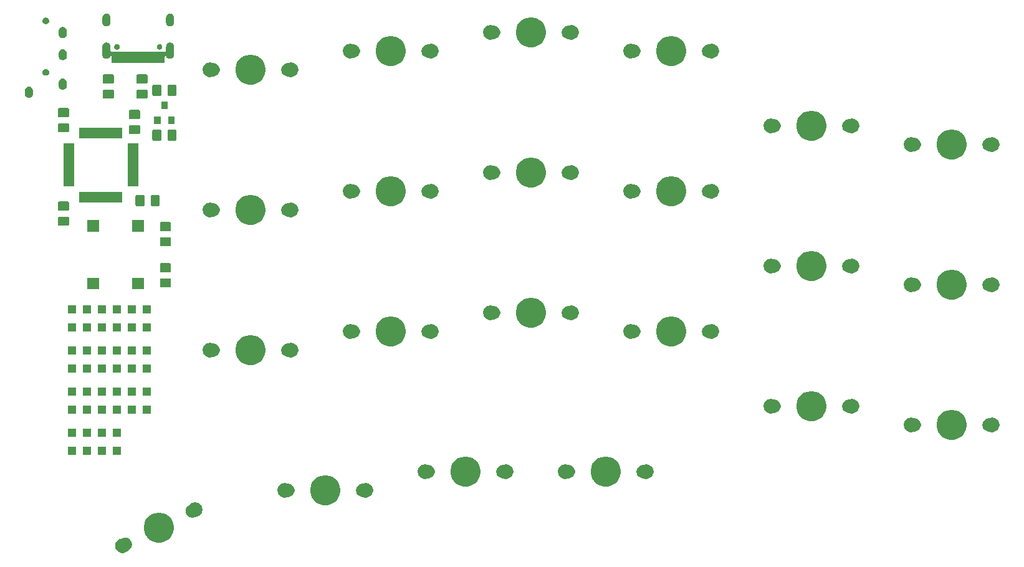
<source format=gts>
G04 #@! TF.GenerationSoftware,KiCad,Pcbnew,5.0.2+dfsg1-1*
G04 #@! TF.CreationDate,2020-09-05T17:33:06+02:00*
G04 #@! TF.ProjectId,right,72696768-742e-46b6-9963-61645f706362,rev?*
G04 #@! TF.SameCoordinates,Original*
G04 #@! TF.FileFunction,Soldermask,Top*
G04 #@! TF.FilePolarity,Negative*
%FSLAX46Y46*%
G04 Gerber Fmt 4.6, Leading zero omitted, Abs format (unit mm)*
G04 Created by KiCad (PCBNEW 5.0.2+dfsg1-1) date sam. 05 sept. 2020 17:33:06 CEST*
%MOMM*%
%LPD*%
G01*
G04 APERTURE LIST*
%ADD10C,0.100000*%
G04 APERTURE END LIST*
D10*
G36*
X95284545Y-138052309D02*
X95448517Y-138120229D01*
X95596087Y-138218832D01*
X95721586Y-138344331D01*
X95820189Y-138491901D01*
X95888109Y-138655873D01*
X95922733Y-138829944D01*
X95922733Y-139007426D01*
X95888109Y-139181497D01*
X95820189Y-139345469D01*
X95721586Y-139493039D01*
X95596087Y-139618538D01*
X95456435Y-139711850D01*
X95437502Y-139727388D01*
X95425208Y-139742369D01*
X95283964Y-139883613D01*
X95120011Y-139993163D01*
X94937842Y-140068620D01*
X94744451Y-140107088D01*
X94547271Y-140107088D01*
X94353880Y-140068620D01*
X94171711Y-139993163D01*
X94007758Y-139883613D01*
X93868336Y-139744191D01*
X93758786Y-139580238D01*
X93683329Y-139398069D01*
X93644861Y-139204678D01*
X93644861Y-139007498D01*
X93683329Y-138814107D01*
X93758786Y-138631938D01*
X93868336Y-138467985D01*
X94007758Y-138328563D01*
X94171711Y-138219013D01*
X94353880Y-138143556D01*
X94547271Y-138105088D01*
X94606641Y-138105088D01*
X94631027Y-138102686D01*
X94654463Y-138095577D01*
X94758921Y-138052309D01*
X94932992Y-138017685D01*
X95110474Y-138017685D01*
X95284545Y-138052309D01*
X95284545Y-138052309D01*
G37*
G36*
X100166252Y-134679818D02*
X100166254Y-134679819D01*
X100166255Y-134679819D01*
X100539513Y-134834427D01*
X100726955Y-134959672D01*
X100875439Y-135058886D01*
X101161114Y-135344561D01*
X101161116Y-135344564D01*
X101385573Y-135680487D01*
X101540181Y-136053745D01*
X101619000Y-136449994D01*
X101619000Y-136854006D01*
X101540181Y-137250255D01*
X101385573Y-137623513D01*
X101385572Y-137623514D01*
X101161114Y-137959439D01*
X100875439Y-138245114D01*
X100875436Y-138245116D01*
X100539513Y-138469573D01*
X100166255Y-138624181D01*
X100166254Y-138624181D01*
X100166252Y-138624182D01*
X99770007Y-138703000D01*
X99365993Y-138703000D01*
X98969748Y-138624182D01*
X98969746Y-138624181D01*
X98969745Y-138624181D01*
X98596487Y-138469573D01*
X98260564Y-138245116D01*
X98260561Y-138245114D01*
X97974886Y-137959439D01*
X97750428Y-137623514D01*
X97750427Y-137623513D01*
X97595819Y-137250255D01*
X97517000Y-136854006D01*
X97517000Y-136449994D01*
X97595819Y-136053745D01*
X97750427Y-135680487D01*
X97974884Y-135344564D01*
X97974886Y-135344561D01*
X98260561Y-135058886D01*
X98409045Y-134959672D01*
X98596487Y-134834427D01*
X98969745Y-134679819D01*
X98969746Y-134679819D01*
X98969748Y-134679818D01*
X99365993Y-134601000D01*
X99770007Y-134601000D01*
X100166252Y-134679818D01*
X100166252Y-134679818D01*
G37*
G36*
X104782120Y-133235380D02*
X104964289Y-133310837D01*
X105128242Y-133420387D01*
X105267664Y-133559809D01*
X105377214Y-133723762D01*
X105452671Y-133905931D01*
X105491139Y-134099322D01*
X105491139Y-134296502D01*
X105452671Y-134489893D01*
X105377214Y-134672062D01*
X105267664Y-134836015D01*
X105128242Y-134975437D01*
X104964289Y-135084987D01*
X104782120Y-135160444D01*
X104588729Y-135198912D01*
X104529359Y-135198912D01*
X104504973Y-135201314D01*
X104481537Y-135208423D01*
X104377079Y-135251691D01*
X104203008Y-135286315D01*
X104025526Y-135286315D01*
X103851455Y-135251691D01*
X103687483Y-135183771D01*
X103539913Y-135085168D01*
X103414414Y-134959669D01*
X103315811Y-134812099D01*
X103247891Y-134648127D01*
X103213267Y-134474056D01*
X103213267Y-134296574D01*
X103247891Y-134122503D01*
X103315811Y-133958531D01*
X103414414Y-133810961D01*
X103539913Y-133685462D01*
X103679565Y-133592150D01*
X103698498Y-133576612D01*
X103710792Y-133561631D01*
X103852036Y-133420387D01*
X104015989Y-133310837D01*
X104198158Y-133235380D01*
X104391549Y-133196912D01*
X104588729Y-133196912D01*
X104782120Y-133235380D01*
X104782120Y-133235380D01*
G37*
G36*
X122772252Y-129599818D02*
X122772254Y-129599819D01*
X122772255Y-129599819D01*
X123145513Y-129754427D01*
X123259298Y-129830456D01*
X123481439Y-129978886D01*
X123767114Y-130264561D01*
X123767116Y-130264564D01*
X123991573Y-130600487D01*
X124146181Y-130973745D01*
X124146182Y-130973748D01*
X124225000Y-131369993D01*
X124225000Y-131774007D01*
X124150936Y-132146354D01*
X124146181Y-132170255D01*
X123991573Y-132543513D01*
X123991572Y-132543514D01*
X123767114Y-132879439D01*
X123481439Y-133165114D01*
X123481436Y-133165116D01*
X123145513Y-133389573D01*
X122772255Y-133544181D01*
X122772254Y-133544181D01*
X122772252Y-133544182D01*
X122376007Y-133623000D01*
X121971993Y-133623000D01*
X121575748Y-133544182D01*
X121575746Y-133544181D01*
X121575745Y-133544181D01*
X121202487Y-133389573D01*
X120866564Y-133165116D01*
X120866561Y-133165114D01*
X120580886Y-132879439D01*
X120356428Y-132543514D01*
X120356427Y-132543513D01*
X120201819Y-132170255D01*
X120197065Y-132146354D01*
X120123000Y-131774007D01*
X120123000Y-131369993D01*
X120201818Y-130973748D01*
X120201819Y-130973745D01*
X120356427Y-130600487D01*
X120580884Y-130264564D01*
X120580886Y-130264561D01*
X120866561Y-129978886D01*
X121088702Y-129830456D01*
X121202487Y-129754427D01*
X121575745Y-129599819D01*
X121575746Y-129599819D01*
X121575748Y-129599818D01*
X121971993Y-129521000D01*
X122376007Y-129521000D01*
X122772252Y-129599818D01*
X122772252Y-129599818D01*
G37*
G36*
X116965981Y-130609468D02*
X117091561Y-130661485D01*
X117115010Y-130668598D01*
X117139396Y-130671000D01*
X117182741Y-130671000D01*
X117356812Y-130705624D01*
X117520784Y-130773544D01*
X117668354Y-130872147D01*
X117793853Y-130997646D01*
X117892456Y-131145216D01*
X117960376Y-131309188D01*
X117995000Y-131483259D01*
X117995000Y-131660741D01*
X117960376Y-131834812D01*
X117892456Y-131998784D01*
X117793853Y-132146354D01*
X117668354Y-132271853D01*
X117520784Y-132370456D01*
X117356812Y-132438376D01*
X117182741Y-132473000D01*
X117139396Y-132473000D01*
X117115010Y-132475402D01*
X117091561Y-132482515D01*
X116965981Y-132534532D01*
X116772590Y-132573000D01*
X116575410Y-132573000D01*
X116382019Y-132534532D01*
X116199850Y-132459075D01*
X116035897Y-132349525D01*
X115896475Y-132210103D01*
X115786925Y-132046150D01*
X115711468Y-131863981D01*
X115673000Y-131670590D01*
X115673000Y-131473410D01*
X115711468Y-131280019D01*
X115786925Y-131097850D01*
X115896475Y-130933897D01*
X116035897Y-130794475D01*
X116199850Y-130684925D01*
X116382019Y-130609468D01*
X116575410Y-130571000D01*
X116772590Y-130571000D01*
X116965981Y-130609468D01*
X116965981Y-130609468D01*
G37*
G36*
X127965981Y-130609468D02*
X128148150Y-130684925D01*
X128312103Y-130794475D01*
X128451525Y-130933897D01*
X128561075Y-131097850D01*
X128636532Y-131280019D01*
X128675000Y-131473410D01*
X128675000Y-131670590D01*
X128636532Y-131863981D01*
X128561075Y-132046150D01*
X128451525Y-132210103D01*
X128312103Y-132349525D01*
X128148150Y-132459075D01*
X127965981Y-132534532D01*
X127772590Y-132573000D01*
X127575410Y-132573000D01*
X127382019Y-132534532D01*
X127256439Y-132482515D01*
X127232990Y-132475402D01*
X127208604Y-132473000D01*
X127165259Y-132473000D01*
X126991188Y-132438376D01*
X126827216Y-132370456D01*
X126679646Y-132271853D01*
X126554147Y-132146354D01*
X126455544Y-131998784D01*
X126387624Y-131834812D01*
X126353000Y-131660741D01*
X126353000Y-131483259D01*
X126387624Y-131309188D01*
X126455544Y-131145216D01*
X126554147Y-130997646D01*
X126679646Y-130872147D01*
X126827216Y-130773544D01*
X126991188Y-130705624D01*
X127165259Y-130671000D01*
X127208604Y-130671000D01*
X127232990Y-130668598D01*
X127256439Y-130661485D01*
X127382019Y-130609468D01*
X127575410Y-130571000D01*
X127772590Y-130571000D01*
X127965981Y-130609468D01*
X127965981Y-130609468D01*
G37*
G36*
X160872252Y-127059818D02*
X160872254Y-127059819D01*
X160872255Y-127059819D01*
X161245513Y-127214427D01*
X161245514Y-127214428D01*
X161581439Y-127438886D01*
X161867114Y-127724561D01*
X161867116Y-127724564D01*
X162091573Y-128060487D01*
X162246181Y-128433745D01*
X162246182Y-128433748D01*
X162325000Y-128829993D01*
X162325000Y-129234007D01*
X162250936Y-129606354D01*
X162246181Y-129630255D01*
X162091573Y-130003513D01*
X162091572Y-130003514D01*
X161867114Y-130339439D01*
X161581439Y-130625114D01*
X161581436Y-130625116D01*
X161245513Y-130849573D01*
X160872255Y-131004181D01*
X160872254Y-131004181D01*
X160872252Y-131004182D01*
X160476007Y-131083000D01*
X160071993Y-131083000D01*
X159675748Y-131004182D01*
X159675746Y-131004181D01*
X159675745Y-131004181D01*
X159302487Y-130849573D01*
X158966564Y-130625116D01*
X158966561Y-130625114D01*
X158680886Y-130339439D01*
X158456428Y-130003514D01*
X158456427Y-130003513D01*
X158301819Y-129630255D01*
X158297065Y-129606354D01*
X158223000Y-129234007D01*
X158223000Y-128829993D01*
X158301818Y-128433748D01*
X158301819Y-128433745D01*
X158456427Y-128060487D01*
X158680884Y-127724564D01*
X158680886Y-127724561D01*
X158966561Y-127438886D01*
X159302486Y-127214428D01*
X159302487Y-127214427D01*
X159675745Y-127059819D01*
X159675746Y-127059819D01*
X159675748Y-127059818D01*
X160071993Y-126981000D01*
X160476007Y-126981000D01*
X160872252Y-127059818D01*
X160872252Y-127059818D01*
G37*
G36*
X141822252Y-127059818D02*
X141822254Y-127059819D01*
X141822255Y-127059819D01*
X142195513Y-127214427D01*
X142195514Y-127214428D01*
X142531439Y-127438886D01*
X142817114Y-127724561D01*
X142817116Y-127724564D01*
X143041573Y-128060487D01*
X143196181Y-128433745D01*
X143196182Y-128433748D01*
X143275000Y-128829993D01*
X143275000Y-129234007D01*
X143200936Y-129606354D01*
X143196181Y-129630255D01*
X143041573Y-130003513D01*
X143041572Y-130003514D01*
X142817114Y-130339439D01*
X142531439Y-130625114D01*
X142531436Y-130625116D01*
X142195513Y-130849573D01*
X141822255Y-131004181D01*
X141822254Y-131004181D01*
X141822252Y-131004182D01*
X141426007Y-131083000D01*
X141021993Y-131083000D01*
X140625748Y-131004182D01*
X140625746Y-131004181D01*
X140625745Y-131004181D01*
X140252487Y-130849573D01*
X139916564Y-130625116D01*
X139916561Y-130625114D01*
X139630886Y-130339439D01*
X139406428Y-130003514D01*
X139406427Y-130003513D01*
X139251819Y-129630255D01*
X139247065Y-129606354D01*
X139173000Y-129234007D01*
X139173000Y-128829993D01*
X139251818Y-128433748D01*
X139251819Y-128433745D01*
X139406427Y-128060487D01*
X139630884Y-127724564D01*
X139630886Y-127724561D01*
X139916561Y-127438886D01*
X140252486Y-127214428D01*
X140252487Y-127214427D01*
X140625745Y-127059819D01*
X140625746Y-127059819D01*
X140625748Y-127059818D01*
X141021993Y-126981000D01*
X141426007Y-126981000D01*
X141822252Y-127059818D01*
X141822252Y-127059818D01*
G37*
G36*
X166065981Y-128069468D02*
X166248150Y-128144925D01*
X166412103Y-128254475D01*
X166551525Y-128393897D01*
X166661075Y-128557850D01*
X166736532Y-128740019D01*
X166775000Y-128933410D01*
X166775000Y-129130590D01*
X166736532Y-129323981D01*
X166661075Y-129506150D01*
X166551525Y-129670103D01*
X166412103Y-129809525D01*
X166248150Y-129919075D01*
X166065981Y-129994532D01*
X165872590Y-130033000D01*
X165675410Y-130033000D01*
X165482019Y-129994532D01*
X165356439Y-129942515D01*
X165332990Y-129935402D01*
X165308604Y-129933000D01*
X165265259Y-129933000D01*
X165091188Y-129898376D01*
X164927216Y-129830456D01*
X164779646Y-129731853D01*
X164654147Y-129606354D01*
X164555544Y-129458784D01*
X164487624Y-129294812D01*
X164453000Y-129120741D01*
X164453000Y-128943259D01*
X164487624Y-128769188D01*
X164555544Y-128605216D01*
X164654147Y-128457646D01*
X164779646Y-128332147D01*
X164927216Y-128233544D01*
X165091188Y-128165624D01*
X165265259Y-128131000D01*
X165308604Y-128131000D01*
X165332990Y-128128598D01*
X165356439Y-128121485D01*
X165482019Y-128069468D01*
X165675410Y-128031000D01*
X165872590Y-128031000D01*
X166065981Y-128069468D01*
X166065981Y-128069468D01*
G37*
G36*
X155065981Y-128069468D02*
X155191561Y-128121485D01*
X155215010Y-128128598D01*
X155239396Y-128131000D01*
X155282741Y-128131000D01*
X155456812Y-128165624D01*
X155620784Y-128233544D01*
X155768354Y-128332147D01*
X155893853Y-128457646D01*
X155992456Y-128605216D01*
X156060376Y-128769188D01*
X156095000Y-128943259D01*
X156095000Y-129120741D01*
X156060376Y-129294812D01*
X155992456Y-129458784D01*
X155893853Y-129606354D01*
X155768354Y-129731853D01*
X155620784Y-129830456D01*
X155456812Y-129898376D01*
X155282741Y-129933000D01*
X155239396Y-129933000D01*
X155215010Y-129935402D01*
X155191561Y-129942515D01*
X155065981Y-129994532D01*
X154872590Y-130033000D01*
X154675410Y-130033000D01*
X154482019Y-129994532D01*
X154299850Y-129919075D01*
X154135897Y-129809525D01*
X153996475Y-129670103D01*
X153886925Y-129506150D01*
X153811468Y-129323981D01*
X153773000Y-129130590D01*
X153773000Y-128933410D01*
X153811468Y-128740019D01*
X153886925Y-128557850D01*
X153996475Y-128393897D01*
X154135897Y-128254475D01*
X154299850Y-128144925D01*
X154482019Y-128069468D01*
X154675410Y-128031000D01*
X154872590Y-128031000D01*
X155065981Y-128069468D01*
X155065981Y-128069468D01*
G37*
G36*
X147015981Y-128069468D02*
X147198150Y-128144925D01*
X147362103Y-128254475D01*
X147501525Y-128393897D01*
X147611075Y-128557850D01*
X147686532Y-128740019D01*
X147725000Y-128933410D01*
X147725000Y-129130590D01*
X147686532Y-129323981D01*
X147611075Y-129506150D01*
X147501525Y-129670103D01*
X147362103Y-129809525D01*
X147198150Y-129919075D01*
X147015981Y-129994532D01*
X146822590Y-130033000D01*
X146625410Y-130033000D01*
X146432019Y-129994532D01*
X146306439Y-129942515D01*
X146282990Y-129935402D01*
X146258604Y-129933000D01*
X146215259Y-129933000D01*
X146041188Y-129898376D01*
X145877216Y-129830456D01*
X145729646Y-129731853D01*
X145604147Y-129606354D01*
X145505544Y-129458784D01*
X145437624Y-129294812D01*
X145403000Y-129120741D01*
X145403000Y-128943259D01*
X145437624Y-128769188D01*
X145505544Y-128605216D01*
X145604147Y-128457646D01*
X145729646Y-128332147D01*
X145877216Y-128233544D01*
X146041188Y-128165624D01*
X146215259Y-128131000D01*
X146258604Y-128131000D01*
X146282990Y-128128598D01*
X146306439Y-128121485D01*
X146432019Y-128069468D01*
X146625410Y-128031000D01*
X146822590Y-128031000D01*
X147015981Y-128069468D01*
X147015981Y-128069468D01*
G37*
G36*
X136015981Y-128069468D02*
X136141561Y-128121485D01*
X136165010Y-128128598D01*
X136189396Y-128131000D01*
X136232741Y-128131000D01*
X136406812Y-128165624D01*
X136570784Y-128233544D01*
X136718354Y-128332147D01*
X136843853Y-128457646D01*
X136942456Y-128605216D01*
X137010376Y-128769188D01*
X137045000Y-128943259D01*
X137045000Y-129120741D01*
X137010376Y-129294812D01*
X136942456Y-129458784D01*
X136843853Y-129606354D01*
X136718354Y-129731853D01*
X136570784Y-129830456D01*
X136406812Y-129898376D01*
X136232741Y-129933000D01*
X136189396Y-129933000D01*
X136165010Y-129935402D01*
X136141561Y-129942515D01*
X136015981Y-129994532D01*
X135822590Y-130033000D01*
X135625410Y-130033000D01*
X135432019Y-129994532D01*
X135249850Y-129919075D01*
X135085897Y-129809525D01*
X134946475Y-129670103D01*
X134836925Y-129506150D01*
X134761468Y-129323981D01*
X134723000Y-129130590D01*
X134723000Y-128933410D01*
X134761468Y-128740019D01*
X134836925Y-128557850D01*
X134946475Y-128393897D01*
X135085897Y-128254475D01*
X135249850Y-128144925D01*
X135432019Y-128069468D01*
X135625410Y-128031000D01*
X135822590Y-128031000D01*
X136015981Y-128069468D01*
X136015981Y-128069468D01*
G37*
G36*
X88308000Y-126769000D02*
X87206000Y-126769000D01*
X87206000Y-125667000D01*
X88308000Y-125667000D01*
X88308000Y-126769000D01*
X88308000Y-126769000D01*
G37*
G36*
X92372000Y-126769000D02*
X91270000Y-126769000D01*
X91270000Y-125667000D01*
X92372000Y-125667000D01*
X92372000Y-126769000D01*
X92372000Y-126769000D01*
G37*
G36*
X94404000Y-126769000D02*
X93302000Y-126769000D01*
X93302000Y-125667000D01*
X94404000Y-125667000D01*
X94404000Y-126769000D01*
X94404000Y-126769000D01*
G37*
G36*
X90340000Y-126769000D02*
X89238000Y-126769000D01*
X89238000Y-125667000D01*
X90340000Y-125667000D01*
X90340000Y-126769000D01*
X90340000Y-126769000D01*
G37*
G36*
X207862252Y-120709818D02*
X207862254Y-120709819D01*
X207862255Y-120709819D01*
X208235513Y-120864427D01*
X208349298Y-120940456D01*
X208571439Y-121088886D01*
X208857114Y-121374561D01*
X208857116Y-121374564D01*
X209081573Y-121710487D01*
X209236181Y-122083745D01*
X209236182Y-122083748D01*
X209315000Y-122479993D01*
X209315000Y-122884007D01*
X209240936Y-123256354D01*
X209236181Y-123280255D01*
X209081573Y-123653513D01*
X209081572Y-123653514D01*
X208857114Y-123989439D01*
X208571439Y-124275114D01*
X208571436Y-124275116D01*
X208235513Y-124499573D01*
X207862255Y-124654181D01*
X207862254Y-124654181D01*
X207862252Y-124654182D01*
X207466007Y-124733000D01*
X207061993Y-124733000D01*
X206665748Y-124654182D01*
X206665746Y-124654181D01*
X206665745Y-124654181D01*
X206292487Y-124499573D01*
X205956564Y-124275116D01*
X205956561Y-124275114D01*
X205670886Y-123989439D01*
X205446428Y-123653514D01*
X205446427Y-123653513D01*
X205291819Y-123280255D01*
X205287065Y-123256354D01*
X205213000Y-122884007D01*
X205213000Y-122479993D01*
X205291818Y-122083748D01*
X205291819Y-122083745D01*
X205446427Y-121710487D01*
X205670884Y-121374564D01*
X205670886Y-121374561D01*
X205956561Y-121088886D01*
X206178702Y-120940456D01*
X206292487Y-120864427D01*
X206665745Y-120709819D01*
X206665746Y-120709819D01*
X206665748Y-120709818D01*
X207061993Y-120631000D01*
X207466007Y-120631000D01*
X207862252Y-120709818D01*
X207862252Y-120709818D01*
G37*
G36*
X88308000Y-124269000D02*
X87206000Y-124269000D01*
X87206000Y-123167000D01*
X88308000Y-123167000D01*
X88308000Y-124269000D01*
X88308000Y-124269000D01*
G37*
G36*
X92372000Y-124269000D02*
X91270000Y-124269000D01*
X91270000Y-123167000D01*
X92372000Y-123167000D01*
X92372000Y-124269000D01*
X92372000Y-124269000D01*
G37*
G36*
X90340000Y-124269000D02*
X89238000Y-124269000D01*
X89238000Y-123167000D01*
X90340000Y-123167000D01*
X90340000Y-124269000D01*
X90340000Y-124269000D01*
G37*
G36*
X94404000Y-124269000D02*
X93302000Y-124269000D01*
X93302000Y-123167000D01*
X94404000Y-123167000D01*
X94404000Y-124269000D01*
X94404000Y-124269000D01*
G37*
G36*
X213055981Y-121719468D02*
X213238150Y-121794925D01*
X213402103Y-121904475D01*
X213541525Y-122043897D01*
X213651075Y-122207850D01*
X213726532Y-122390019D01*
X213765000Y-122583410D01*
X213765000Y-122780590D01*
X213726532Y-122973981D01*
X213651075Y-123156150D01*
X213541525Y-123320103D01*
X213402103Y-123459525D01*
X213238150Y-123569075D01*
X213055981Y-123644532D01*
X212862590Y-123683000D01*
X212665410Y-123683000D01*
X212472019Y-123644532D01*
X212346439Y-123592515D01*
X212322990Y-123585402D01*
X212298604Y-123583000D01*
X212255259Y-123583000D01*
X212081188Y-123548376D01*
X211917216Y-123480456D01*
X211769646Y-123381853D01*
X211644147Y-123256354D01*
X211545544Y-123108784D01*
X211477624Y-122944812D01*
X211443000Y-122770741D01*
X211443000Y-122593259D01*
X211477624Y-122419188D01*
X211545544Y-122255216D01*
X211644147Y-122107646D01*
X211769646Y-121982147D01*
X211917216Y-121883544D01*
X212081188Y-121815624D01*
X212255259Y-121781000D01*
X212298604Y-121781000D01*
X212322990Y-121778598D01*
X212346439Y-121771485D01*
X212472019Y-121719468D01*
X212665410Y-121681000D01*
X212862590Y-121681000D01*
X213055981Y-121719468D01*
X213055981Y-121719468D01*
G37*
G36*
X202055981Y-121719468D02*
X202181561Y-121771485D01*
X202205010Y-121778598D01*
X202229396Y-121781000D01*
X202272741Y-121781000D01*
X202446812Y-121815624D01*
X202610784Y-121883544D01*
X202758354Y-121982147D01*
X202883853Y-122107646D01*
X202982456Y-122255216D01*
X203050376Y-122419188D01*
X203085000Y-122593259D01*
X203085000Y-122770741D01*
X203050376Y-122944812D01*
X202982456Y-123108784D01*
X202883853Y-123256354D01*
X202758354Y-123381853D01*
X202610784Y-123480456D01*
X202446812Y-123548376D01*
X202272741Y-123583000D01*
X202229396Y-123583000D01*
X202205010Y-123585402D01*
X202181561Y-123592515D01*
X202055981Y-123644532D01*
X201862590Y-123683000D01*
X201665410Y-123683000D01*
X201472019Y-123644532D01*
X201289850Y-123569075D01*
X201125897Y-123459525D01*
X200986475Y-123320103D01*
X200876925Y-123156150D01*
X200801468Y-122973981D01*
X200763000Y-122780590D01*
X200763000Y-122583410D01*
X200801468Y-122390019D01*
X200876925Y-122207850D01*
X200986475Y-122043897D01*
X201125897Y-121904475D01*
X201289850Y-121794925D01*
X201472019Y-121719468D01*
X201665410Y-121681000D01*
X201862590Y-121681000D01*
X202055981Y-121719468D01*
X202055981Y-121719468D01*
G37*
G36*
X188812252Y-118169818D02*
X188812254Y-118169819D01*
X188812255Y-118169819D01*
X189185513Y-118324427D01*
X189185514Y-118324428D01*
X189521439Y-118548886D01*
X189807114Y-118834561D01*
X189807116Y-118834564D01*
X190031573Y-119170487D01*
X190186181Y-119543745D01*
X190186182Y-119543748D01*
X190265000Y-119939993D01*
X190265000Y-120344007D01*
X190190936Y-120716354D01*
X190186181Y-120740255D01*
X190031573Y-121113513D01*
X189857146Y-121374561D01*
X189807114Y-121449439D01*
X189521439Y-121735114D01*
X189521436Y-121735116D01*
X189185513Y-121959573D01*
X188812255Y-122114181D01*
X188812254Y-122114181D01*
X188812252Y-122114182D01*
X188416007Y-122193000D01*
X188011993Y-122193000D01*
X187615748Y-122114182D01*
X187615746Y-122114181D01*
X187615745Y-122114181D01*
X187242487Y-121959573D01*
X186906564Y-121735116D01*
X186906561Y-121735114D01*
X186620886Y-121449439D01*
X186570854Y-121374561D01*
X186396427Y-121113513D01*
X186241819Y-120740255D01*
X186237065Y-120716354D01*
X186163000Y-120344007D01*
X186163000Y-119939993D01*
X186241818Y-119543748D01*
X186241819Y-119543745D01*
X186396427Y-119170487D01*
X186620884Y-118834564D01*
X186620886Y-118834561D01*
X186906561Y-118548886D01*
X187242486Y-118324428D01*
X187242487Y-118324427D01*
X187615745Y-118169819D01*
X187615746Y-118169819D01*
X187615748Y-118169818D01*
X188011993Y-118091000D01*
X188416007Y-118091000D01*
X188812252Y-118169818D01*
X188812252Y-118169818D01*
G37*
G36*
X88308000Y-121181000D02*
X87206000Y-121181000D01*
X87206000Y-120079000D01*
X88308000Y-120079000D01*
X88308000Y-121181000D01*
X88308000Y-121181000D01*
G37*
G36*
X90340000Y-121181000D02*
X89238000Y-121181000D01*
X89238000Y-120079000D01*
X90340000Y-120079000D01*
X90340000Y-121181000D01*
X90340000Y-121181000D01*
G37*
G36*
X96436000Y-121181000D02*
X95334000Y-121181000D01*
X95334000Y-120079000D01*
X96436000Y-120079000D01*
X96436000Y-121181000D01*
X96436000Y-121181000D01*
G37*
G36*
X98468000Y-121181000D02*
X97366000Y-121181000D01*
X97366000Y-120079000D01*
X98468000Y-120079000D01*
X98468000Y-121181000D01*
X98468000Y-121181000D01*
G37*
G36*
X94404000Y-121181000D02*
X93302000Y-121181000D01*
X93302000Y-120079000D01*
X94404000Y-120079000D01*
X94404000Y-121181000D01*
X94404000Y-121181000D01*
G37*
G36*
X92372000Y-121181000D02*
X91270000Y-121181000D01*
X91270000Y-120079000D01*
X92372000Y-120079000D01*
X92372000Y-121181000D01*
X92372000Y-121181000D01*
G37*
G36*
X183005981Y-119179468D02*
X183131561Y-119231485D01*
X183155010Y-119238598D01*
X183179396Y-119241000D01*
X183222741Y-119241000D01*
X183396812Y-119275624D01*
X183560784Y-119343544D01*
X183708354Y-119442147D01*
X183833853Y-119567646D01*
X183932456Y-119715216D01*
X184000376Y-119879188D01*
X184035000Y-120053259D01*
X184035000Y-120230741D01*
X184000376Y-120404812D01*
X183932456Y-120568784D01*
X183833853Y-120716354D01*
X183708354Y-120841853D01*
X183560784Y-120940456D01*
X183396812Y-121008376D01*
X183222741Y-121043000D01*
X183179396Y-121043000D01*
X183155010Y-121045402D01*
X183131561Y-121052515D01*
X183005981Y-121104532D01*
X182812590Y-121143000D01*
X182615410Y-121143000D01*
X182422019Y-121104532D01*
X182239850Y-121029075D01*
X182075897Y-120919525D01*
X181936475Y-120780103D01*
X181826925Y-120616150D01*
X181751468Y-120433981D01*
X181713000Y-120240590D01*
X181713000Y-120043410D01*
X181751468Y-119850019D01*
X181826925Y-119667850D01*
X181936475Y-119503897D01*
X182075897Y-119364475D01*
X182239850Y-119254925D01*
X182422019Y-119179468D01*
X182615410Y-119141000D01*
X182812590Y-119141000D01*
X183005981Y-119179468D01*
X183005981Y-119179468D01*
G37*
G36*
X194005981Y-119179468D02*
X194188150Y-119254925D01*
X194352103Y-119364475D01*
X194491525Y-119503897D01*
X194601075Y-119667850D01*
X194676532Y-119850019D01*
X194715000Y-120043410D01*
X194715000Y-120240590D01*
X194676532Y-120433981D01*
X194601075Y-120616150D01*
X194491525Y-120780103D01*
X194352103Y-120919525D01*
X194188150Y-121029075D01*
X194005981Y-121104532D01*
X193812590Y-121143000D01*
X193615410Y-121143000D01*
X193422019Y-121104532D01*
X193296439Y-121052515D01*
X193272990Y-121045402D01*
X193248604Y-121043000D01*
X193205259Y-121043000D01*
X193031188Y-121008376D01*
X192867216Y-120940456D01*
X192719646Y-120841853D01*
X192594147Y-120716354D01*
X192495544Y-120568784D01*
X192427624Y-120404812D01*
X192393000Y-120230741D01*
X192393000Y-120053259D01*
X192427624Y-119879188D01*
X192495544Y-119715216D01*
X192594147Y-119567646D01*
X192719646Y-119442147D01*
X192867216Y-119343544D01*
X193031188Y-119275624D01*
X193205259Y-119241000D01*
X193248604Y-119241000D01*
X193272990Y-119238598D01*
X193296439Y-119231485D01*
X193422019Y-119179468D01*
X193615410Y-119141000D01*
X193812590Y-119141000D01*
X194005981Y-119179468D01*
X194005981Y-119179468D01*
G37*
G36*
X90340000Y-118681000D02*
X89238000Y-118681000D01*
X89238000Y-117579000D01*
X90340000Y-117579000D01*
X90340000Y-118681000D01*
X90340000Y-118681000D01*
G37*
G36*
X98468000Y-118681000D02*
X97366000Y-118681000D01*
X97366000Y-117579000D01*
X98468000Y-117579000D01*
X98468000Y-118681000D01*
X98468000Y-118681000D01*
G37*
G36*
X96436000Y-118681000D02*
X95334000Y-118681000D01*
X95334000Y-117579000D01*
X96436000Y-117579000D01*
X96436000Y-118681000D01*
X96436000Y-118681000D01*
G37*
G36*
X94404000Y-118681000D02*
X93302000Y-118681000D01*
X93302000Y-117579000D01*
X94404000Y-117579000D01*
X94404000Y-118681000D01*
X94404000Y-118681000D01*
G37*
G36*
X92372000Y-118681000D02*
X91270000Y-118681000D01*
X91270000Y-117579000D01*
X92372000Y-117579000D01*
X92372000Y-118681000D01*
X92372000Y-118681000D01*
G37*
G36*
X88308000Y-118681000D02*
X87206000Y-118681000D01*
X87206000Y-117579000D01*
X88308000Y-117579000D01*
X88308000Y-118681000D01*
X88308000Y-118681000D01*
G37*
G36*
X92372000Y-115593000D02*
X91270000Y-115593000D01*
X91270000Y-114491000D01*
X92372000Y-114491000D01*
X92372000Y-115593000D01*
X92372000Y-115593000D01*
G37*
G36*
X94404000Y-115593000D02*
X93302000Y-115593000D01*
X93302000Y-114491000D01*
X94404000Y-114491000D01*
X94404000Y-115593000D01*
X94404000Y-115593000D01*
G37*
G36*
X96436000Y-115593000D02*
X95334000Y-115593000D01*
X95334000Y-114491000D01*
X96436000Y-114491000D01*
X96436000Y-115593000D01*
X96436000Y-115593000D01*
G37*
G36*
X98468000Y-115593000D02*
X97366000Y-115593000D01*
X97366000Y-114491000D01*
X98468000Y-114491000D01*
X98468000Y-115593000D01*
X98468000Y-115593000D01*
G37*
G36*
X90340000Y-115593000D02*
X89238000Y-115593000D01*
X89238000Y-114491000D01*
X90340000Y-114491000D01*
X90340000Y-115593000D01*
X90340000Y-115593000D01*
G37*
G36*
X88308000Y-115593000D02*
X87206000Y-115593000D01*
X87206000Y-114491000D01*
X88308000Y-114491000D01*
X88308000Y-115593000D01*
X88308000Y-115593000D01*
G37*
G36*
X112612252Y-110549818D02*
X112612254Y-110549819D01*
X112612255Y-110549819D01*
X112985513Y-110704427D01*
X113099298Y-110780456D01*
X113321439Y-110928886D01*
X113607114Y-111214561D01*
X113607116Y-111214564D01*
X113831573Y-111550487D01*
X113986181Y-111923745D01*
X113986182Y-111923748D01*
X114065000Y-112319993D01*
X114065000Y-112724007D01*
X113990936Y-113096354D01*
X113986181Y-113120255D01*
X113831573Y-113493513D01*
X113831572Y-113493514D01*
X113607114Y-113829439D01*
X113321439Y-114115114D01*
X113321436Y-114115116D01*
X112985513Y-114339573D01*
X112612255Y-114494181D01*
X112612254Y-114494181D01*
X112612252Y-114494182D01*
X112216007Y-114573000D01*
X111811993Y-114573000D01*
X111415748Y-114494182D01*
X111415746Y-114494181D01*
X111415745Y-114494181D01*
X111042487Y-114339573D01*
X110706564Y-114115116D01*
X110706561Y-114115114D01*
X110420886Y-113829439D01*
X110196428Y-113493514D01*
X110196427Y-113493513D01*
X110041819Y-113120255D01*
X110037065Y-113096354D01*
X109963000Y-112724007D01*
X109963000Y-112319993D01*
X110041818Y-111923748D01*
X110041819Y-111923745D01*
X110196427Y-111550487D01*
X110420884Y-111214564D01*
X110420886Y-111214561D01*
X110706561Y-110928886D01*
X110928702Y-110780456D01*
X111042487Y-110704427D01*
X111415745Y-110549819D01*
X111415746Y-110549819D01*
X111415748Y-110549818D01*
X111811993Y-110471000D01*
X112216007Y-110471000D01*
X112612252Y-110549818D01*
X112612252Y-110549818D01*
G37*
G36*
X117805981Y-111559468D02*
X117988150Y-111634925D01*
X118152103Y-111744475D01*
X118291525Y-111883897D01*
X118401075Y-112047850D01*
X118476532Y-112230019D01*
X118515000Y-112423410D01*
X118515000Y-112620590D01*
X118476532Y-112813981D01*
X118401075Y-112996150D01*
X118291525Y-113160103D01*
X118152103Y-113299525D01*
X117988150Y-113409075D01*
X117805981Y-113484532D01*
X117612590Y-113523000D01*
X117415410Y-113523000D01*
X117222019Y-113484532D01*
X117096439Y-113432515D01*
X117072990Y-113425402D01*
X117048604Y-113423000D01*
X117005259Y-113423000D01*
X116831188Y-113388376D01*
X116667216Y-113320456D01*
X116519646Y-113221853D01*
X116394147Y-113096354D01*
X116295544Y-112948784D01*
X116227624Y-112784812D01*
X116193000Y-112610741D01*
X116193000Y-112433259D01*
X116227624Y-112259188D01*
X116295544Y-112095216D01*
X116394147Y-111947646D01*
X116519646Y-111822147D01*
X116667216Y-111723544D01*
X116831188Y-111655624D01*
X117005259Y-111621000D01*
X117048604Y-111621000D01*
X117072990Y-111618598D01*
X117096439Y-111611485D01*
X117222019Y-111559468D01*
X117415410Y-111521000D01*
X117612590Y-111521000D01*
X117805981Y-111559468D01*
X117805981Y-111559468D01*
G37*
G36*
X106805981Y-111559468D02*
X106931561Y-111611485D01*
X106955010Y-111618598D01*
X106979396Y-111621000D01*
X107022741Y-111621000D01*
X107196812Y-111655624D01*
X107360784Y-111723544D01*
X107508354Y-111822147D01*
X107633853Y-111947646D01*
X107732456Y-112095216D01*
X107800376Y-112259188D01*
X107835000Y-112433259D01*
X107835000Y-112610741D01*
X107800376Y-112784812D01*
X107732456Y-112948784D01*
X107633853Y-113096354D01*
X107508354Y-113221853D01*
X107360784Y-113320456D01*
X107196812Y-113388376D01*
X107022741Y-113423000D01*
X106979396Y-113423000D01*
X106955010Y-113425402D01*
X106931561Y-113432515D01*
X106805981Y-113484532D01*
X106612590Y-113523000D01*
X106415410Y-113523000D01*
X106222019Y-113484532D01*
X106039850Y-113409075D01*
X105875897Y-113299525D01*
X105736475Y-113160103D01*
X105626925Y-112996150D01*
X105551468Y-112813981D01*
X105513000Y-112620590D01*
X105513000Y-112423410D01*
X105551468Y-112230019D01*
X105626925Y-112047850D01*
X105736475Y-111883897D01*
X105875897Y-111744475D01*
X106039850Y-111634925D01*
X106222019Y-111559468D01*
X106415410Y-111521000D01*
X106612590Y-111521000D01*
X106805981Y-111559468D01*
X106805981Y-111559468D01*
G37*
G36*
X92372000Y-113093000D02*
X91270000Y-113093000D01*
X91270000Y-111991000D01*
X92372000Y-111991000D01*
X92372000Y-113093000D01*
X92372000Y-113093000D01*
G37*
G36*
X90340000Y-113093000D02*
X89238000Y-113093000D01*
X89238000Y-111991000D01*
X90340000Y-111991000D01*
X90340000Y-113093000D01*
X90340000Y-113093000D01*
G37*
G36*
X94404000Y-113093000D02*
X93302000Y-113093000D01*
X93302000Y-111991000D01*
X94404000Y-111991000D01*
X94404000Y-113093000D01*
X94404000Y-113093000D01*
G37*
G36*
X88308000Y-113093000D02*
X87206000Y-113093000D01*
X87206000Y-111991000D01*
X88308000Y-111991000D01*
X88308000Y-113093000D01*
X88308000Y-113093000D01*
G37*
G36*
X96436000Y-113093000D02*
X95334000Y-113093000D01*
X95334000Y-111991000D01*
X96436000Y-111991000D01*
X96436000Y-113093000D01*
X96436000Y-113093000D01*
G37*
G36*
X98468000Y-113093000D02*
X97366000Y-113093000D01*
X97366000Y-111991000D01*
X98468000Y-111991000D01*
X98468000Y-113093000D01*
X98468000Y-113093000D01*
G37*
G36*
X131662252Y-108009818D02*
X131662254Y-108009819D01*
X131662255Y-108009819D01*
X132035513Y-108164427D01*
X132149298Y-108240456D01*
X132371439Y-108388886D01*
X132657114Y-108674561D01*
X132657116Y-108674564D01*
X132881573Y-109010487D01*
X133036181Y-109383745D01*
X133036182Y-109383748D01*
X133115000Y-109779993D01*
X133115000Y-110184007D01*
X133040936Y-110556354D01*
X133036181Y-110580255D01*
X132881573Y-110953513D01*
X132881572Y-110953514D01*
X132657114Y-111289439D01*
X132371439Y-111575114D01*
X132371436Y-111575116D01*
X132035513Y-111799573D01*
X131662255Y-111954181D01*
X131662254Y-111954181D01*
X131662252Y-111954182D01*
X131266007Y-112033000D01*
X130861993Y-112033000D01*
X130465748Y-111954182D01*
X130465746Y-111954181D01*
X130465745Y-111954181D01*
X130092487Y-111799573D01*
X129756564Y-111575116D01*
X129756561Y-111575114D01*
X129470886Y-111289439D01*
X129246428Y-110953514D01*
X129246427Y-110953513D01*
X129091819Y-110580255D01*
X129087065Y-110556354D01*
X129013000Y-110184007D01*
X129013000Y-109779993D01*
X129091818Y-109383748D01*
X129091819Y-109383745D01*
X129246427Y-109010487D01*
X129470884Y-108674564D01*
X129470886Y-108674561D01*
X129756561Y-108388886D01*
X129978702Y-108240456D01*
X130092487Y-108164427D01*
X130465745Y-108009819D01*
X130465746Y-108009819D01*
X130465748Y-108009818D01*
X130861993Y-107931000D01*
X131266007Y-107931000D01*
X131662252Y-108009818D01*
X131662252Y-108009818D01*
G37*
G36*
X169762252Y-108009818D02*
X169762254Y-108009819D01*
X169762255Y-108009819D01*
X170135513Y-108164427D01*
X170249298Y-108240456D01*
X170471439Y-108388886D01*
X170757114Y-108674561D01*
X170757116Y-108674564D01*
X170981573Y-109010487D01*
X171136181Y-109383745D01*
X171136182Y-109383748D01*
X171215000Y-109779993D01*
X171215000Y-110184007D01*
X171140936Y-110556354D01*
X171136181Y-110580255D01*
X170981573Y-110953513D01*
X170981572Y-110953514D01*
X170757114Y-111289439D01*
X170471439Y-111575114D01*
X170471436Y-111575116D01*
X170135513Y-111799573D01*
X169762255Y-111954181D01*
X169762254Y-111954181D01*
X169762252Y-111954182D01*
X169366007Y-112033000D01*
X168961993Y-112033000D01*
X168565748Y-111954182D01*
X168565746Y-111954181D01*
X168565745Y-111954181D01*
X168192487Y-111799573D01*
X167856564Y-111575116D01*
X167856561Y-111575114D01*
X167570886Y-111289439D01*
X167346428Y-110953514D01*
X167346427Y-110953513D01*
X167191819Y-110580255D01*
X167187065Y-110556354D01*
X167113000Y-110184007D01*
X167113000Y-109779993D01*
X167191818Y-109383748D01*
X167191819Y-109383745D01*
X167346427Y-109010487D01*
X167570884Y-108674564D01*
X167570886Y-108674561D01*
X167856561Y-108388886D01*
X168078702Y-108240456D01*
X168192487Y-108164427D01*
X168565745Y-108009819D01*
X168565746Y-108009819D01*
X168565748Y-108009818D01*
X168961993Y-107931000D01*
X169366007Y-107931000D01*
X169762252Y-108009818D01*
X169762252Y-108009818D01*
G37*
G36*
X163955981Y-109019468D02*
X164081561Y-109071485D01*
X164105010Y-109078598D01*
X164129396Y-109081000D01*
X164172741Y-109081000D01*
X164346812Y-109115624D01*
X164510784Y-109183544D01*
X164658354Y-109282147D01*
X164783853Y-109407646D01*
X164882456Y-109555216D01*
X164950376Y-109719188D01*
X164985000Y-109893259D01*
X164985000Y-110070741D01*
X164950376Y-110244812D01*
X164882456Y-110408784D01*
X164783853Y-110556354D01*
X164658354Y-110681853D01*
X164510784Y-110780456D01*
X164346812Y-110848376D01*
X164172741Y-110883000D01*
X164129396Y-110883000D01*
X164105010Y-110885402D01*
X164081561Y-110892515D01*
X163955981Y-110944532D01*
X163762590Y-110983000D01*
X163565410Y-110983000D01*
X163372019Y-110944532D01*
X163189850Y-110869075D01*
X163025897Y-110759525D01*
X162886475Y-110620103D01*
X162776925Y-110456150D01*
X162701468Y-110273981D01*
X162663000Y-110080590D01*
X162663000Y-109883410D01*
X162701468Y-109690019D01*
X162776925Y-109507850D01*
X162886475Y-109343897D01*
X163025897Y-109204475D01*
X163189850Y-109094925D01*
X163372019Y-109019468D01*
X163565410Y-108981000D01*
X163762590Y-108981000D01*
X163955981Y-109019468D01*
X163955981Y-109019468D01*
G37*
G36*
X174955981Y-109019468D02*
X175138150Y-109094925D01*
X175302103Y-109204475D01*
X175441525Y-109343897D01*
X175551075Y-109507850D01*
X175626532Y-109690019D01*
X175665000Y-109883410D01*
X175665000Y-110080590D01*
X175626532Y-110273981D01*
X175551075Y-110456150D01*
X175441525Y-110620103D01*
X175302103Y-110759525D01*
X175138150Y-110869075D01*
X174955981Y-110944532D01*
X174762590Y-110983000D01*
X174565410Y-110983000D01*
X174372019Y-110944532D01*
X174246439Y-110892515D01*
X174222990Y-110885402D01*
X174198604Y-110883000D01*
X174155259Y-110883000D01*
X173981188Y-110848376D01*
X173817216Y-110780456D01*
X173669646Y-110681853D01*
X173544147Y-110556354D01*
X173445544Y-110408784D01*
X173377624Y-110244812D01*
X173343000Y-110070741D01*
X173343000Y-109893259D01*
X173377624Y-109719188D01*
X173445544Y-109555216D01*
X173544147Y-109407646D01*
X173669646Y-109282147D01*
X173817216Y-109183544D01*
X173981188Y-109115624D01*
X174155259Y-109081000D01*
X174198604Y-109081000D01*
X174222990Y-109078598D01*
X174246439Y-109071485D01*
X174372019Y-109019468D01*
X174565410Y-108981000D01*
X174762590Y-108981000D01*
X174955981Y-109019468D01*
X174955981Y-109019468D01*
G37*
G36*
X136855981Y-109019468D02*
X137038150Y-109094925D01*
X137202103Y-109204475D01*
X137341525Y-109343897D01*
X137451075Y-109507850D01*
X137526532Y-109690019D01*
X137565000Y-109883410D01*
X137565000Y-110080590D01*
X137526532Y-110273981D01*
X137451075Y-110456150D01*
X137341525Y-110620103D01*
X137202103Y-110759525D01*
X137038150Y-110869075D01*
X136855981Y-110944532D01*
X136662590Y-110983000D01*
X136465410Y-110983000D01*
X136272019Y-110944532D01*
X136146439Y-110892515D01*
X136122990Y-110885402D01*
X136098604Y-110883000D01*
X136055259Y-110883000D01*
X135881188Y-110848376D01*
X135717216Y-110780456D01*
X135569646Y-110681853D01*
X135444147Y-110556354D01*
X135345544Y-110408784D01*
X135277624Y-110244812D01*
X135243000Y-110070741D01*
X135243000Y-109893259D01*
X135277624Y-109719188D01*
X135345544Y-109555216D01*
X135444147Y-109407646D01*
X135569646Y-109282147D01*
X135717216Y-109183544D01*
X135881188Y-109115624D01*
X136055259Y-109081000D01*
X136098604Y-109081000D01*
X136122990Y-109078598D01*
X136146439Y-109071485D01*
X136272019Y-109019468D01*
X136465410Y-108981000D01*
X136662590Y-108981000D01*
X136855981Y-109019468D01*
X136855981Y-109019468D01*
G37*
G36*
X125855981Y-109019468D02*
X125981561Y-109071485D01*
X126005010Y-109078598D01*
X126029396Y-109081000D01*
X126072741Y-109081000D01*
X126246812Y-109115624D01*
X126410784Y-109183544D01*
X126558354Y-109282147D01*
X126683853Y-109407646D01*
X126782456Y-109555216D01*
X126850376Y-109719188D01*
X126885000Y-109893259D01*
X126885000Y-110070741D01*
X126850376Y-110244812D01*
X126782456Y-110408784D01*
X126683853Y-110556354D01*
X126558354Y-110681853D01*
X126410784Y-110780456D01*
X126246812Y-110848376D01*
X126072741Y-110883000D01*
X126029396Y-110883000D01*
X126005010Y-110885402D01*
X125981561Y-110892515D01*
X125855981Y-110944532D01*
X125662590Y-110983000D01*
X125465410Y-110983000D01*
X125272019Y-110944532D01*
X125089850Y-110869075D01*
X124925897Y-110759525D01*
X124786475Y-110620103D01*
X124676925Y-110456150D01*
X124601468Y-110273981D01*
X124563000Y-110080590D01*
X124563000Y-109883410D01*
X124601468Y-109690019D01*
X124676925Y-109507850D01*
X124786475Y-109343897D01*
X124925897Y-109204475D01*
X125089850Y-109094925D01*
X125272019Y-109019468D01*
X125465410Y-108981000D01*
X125662590Y-108981000D01*
X125855981Y-109019468D01*
X125855981Y-109019468D01*
G37*
G36*
X94404000Y-110005000D02*
X93302000Y-110005000D01*
X93302000Y-108903000D01*
X94404000Y-108903000D01*
X94404000Y-110005000D01*
X94404000Y-110005000D01*
G37*
G36*
X88308000Y-110005000D02*
X87206000Y-110005000D01*
X87206000Y-108903000D01*
X88308000Y-108903000D01*
X88308000Y-110005000D01*
X88308000Y-110005000D01*
G37*
G36*
X92372000Y-110005000D02*
X91270000Y-110005000D01*
X91270000Y-108903000D01*
X92372000Y-108903000D01*
X92372000Y-110005000D01*
X92372000Y-110005000D01*
G37*
G36*
X90340000Y-110005000D02*
X89238000Y-110005000D01*
X89238000Y-108903000D01*
X90340000Y-108903000D01*
X90340000Y-110005000D01*
X90340000Y-110005000D01*
G37*
G36*
X98468000Y-110005000D02*
X97366000Y-110005000D01*
X97366000Y-108903000D01*
X98468000Y-108903000D01*
X98468000Y-110005000D01*
X98468000Y-110005000D01*
G37*
G36*
X96436000Y-110005000D02*
X95334000Y-110005000D01*
X95334000Y-108903000D01*
X96436000Y-108903000D01*
X96436000Y-110005000D01*
X96436000Y-110005000D01*
G37*
G36*
X150712252Y-105469818D02*
X150712254Y-105469819D01*
X150712255Y-105469819D01*
X151085513Y-105624427D01*
X151416905Y-105845857D01*
X151421439Y-105848886D01*
X151707114Y-106134561D01*
X151707116Y-106134564D01*
X151931573Y-106470487D01*
X152086181Y-106843745D01*
X152086182Y-106843748D01*
X152165000Y-107239993D01*
X152165000Y-107644007D01*
X152090936Y-108016354D01*
X152086181Y-108040255D01*
X151931573Y-108413513D01*
X151931572Y-108413514D01*
X151707114Y-108749439D01*
X151421439Y-109035114D01*
X151421436Y-109035116D01*
X151085513Y-109259573D01*
X150712255Y-109414181D01*
X150712254Y-109414181D01*
X150712252Y-109414182D01*
X150316007Y-109493000D01*
X149911993Y-109493000D01*
X149515748Y-109414182D01*
X149515746Y-109414181D01*
X149515745Y-109414181D01*
X149142487Y-109259573D01*
X148806564Y-109035116D01*
X148806561Y-109035114D01*
X148520886Y-108749439D01*
X148296428Y-108413514D01*
X148296427Y-108413513D01*
X148141819Y-108040255D01*
X148137065Y-108016354D01*
X148063000Y-107644007D01*
X148063000Y-107239993D01*
X148141818Y-106843748D01*
X148141819Y-106843745D01*
X148296427Y-106470487D01*
X148520884Y-106134564D01*
X148520886Y-106134561D01*
X148806561Y-105848886D01*
X148811095Y-105845857D01*
X149142487Y-105624427D01*
X149515745Y-105469819D01*
X149515746Y-105469819D01*
X149515748Y-105469818D01*
X149911993Y-105391000D01*
X150316007Y-105391000D01*
X150712252Y-105469818D01*
X150712252Y-105469818D01*
G37*
G36*
X144905981Y-106479468D02*
X145031561Y-106531485D01*
X145055010Y-106538598D01*
X145079396Y-106541000D01*
X145122741Y-106541000D01*
X145296812Y-106575624D01*
X145460784Y-106643544D01*
X145608354Y-106742147D01*
X145733853Y-106867646D01*
X145832456Y-107015216D01*
X145900376Y-107179188D01*
X145935000Y-107353259D01*
X145935000Y-107530741D01*
X145900376Y-107704812D01*
X145832456Y-107868784D01*
X145733853Y-108016354D01*
X145608354Y-108141853D01*
X145460784Y-108240456D01*
X145296812Y-108308376D01*
X145122741Y-108343000D01*
X145079396Y-108343000D01*
X145055010Y-108345402D01*
X145031561Y-108352515D01*
X144905981Y-108404532D01*
X144712590Y-108443000D01*
X144515410Y-108443000D01*
X144322019Y-108404532D01*
X144139850Y-108329075D01*
X143975897Y-108219525D01*
X143836475Y-108080103D01*
X143726925Y-107916150D01*
X143651468Y-107733981D01*
X143613000Y-107540590D01*
X143613000Y-107343410D01*
X143651468Y-107150019D01*
X143726925Y-106967850D01*
X143836475Y-106803897D01*
X143975897Y-106664475D01*
X144139850Y-106554925D01*
X144322019Y-106479468D01*
X144515410Y-106441000D01*
X144712590Y-106441000D01*
X144905981Y-106479468D01*
X144905981Y-106479468D01*
G37*
G36*
X155905981Y-106479468D02*
X156088150Y-106554925D01*
X156252103Y-106664475D01*
X156391525Y-106803897D01*
X156501075Y-106967850D01*
X156576532Y-107150019D01*
X156615000Y-107343410D01*
X156615000Y-107540590D01*
X156576532Y-107733981D01*
X156501075Y-107916150D01*
X156391525Y-108080103D01*
X156252103Y-108219525D01*
X156088150Y-108329075D01*
X155905981Y-108404532D01*
X155712590Y-108443000D01*
X155515410Y-108443000D01*
X155322019Y-108404532D01*
X155196439Y-108352515D01*
X155172990Y-108345402D01*
X155148604Y-108343000D01*
X155105259Y-108343000D01*
X154931188Y-108308376D01*
X154767216Y-108240456D01*
X154619646Y-108141853D01*
X154494147Y-108016354D01*
X154395544Y-107868784D01*
X154327624Y-107704812D01*
X154293000Y-107530741D01*
X154293000Y-107353259D01*
X154327624Y-107179188D01*
X154395544Y-107015216D01*
X154494147Y-106867646D01*
X154619646Y-106742147D01*
X154767216Y-106643544D01*
X154931188Y-106575624D01*
X155105259Y-106541000D01*
X155148604Y-106541000D01*
X155172990Y-106538598D01*
X155196439Y-106531485D01*
X155322019Y-106479468D01*
X155515410Y-106441000D01*
X155712590Y-106441000D01*
X155905981Y-106479468D01*
X155905981Y-106479468D01*
G37*
G36*
X96436000Y-107505000D02*
X95334000Y-107505000D01*
X95334000Y-106403000D01*
X96436000Y-106403000D01*
X96436000Y-107505000D01*
X96436000Y-107505000D01*
G37*
G36*
X92372000Y-107505000D02*
X91270000Y-107505000D01*
X91270000Y-106403000D01*
X92372000Y-106403000D01*
X92372000Y-107505000D01*
X92372000Y-107505000D01*
G37*
G36*
X94404000Y-107505000D02*
X93302000Y-107505000D01*
X93302000Y-106403000D01*
X94404000Y-106403000D01*
X94404000Y-107505000D01*
X94404000Y-107505000D01*
G37*
G36*
X90340000Y-107505000D02*
X89238000Y-107505000D01*
X89238000Y-106403000D01*
X90340000Y-106403000D01*
X90340000Y-107505000D01*
X90340000Y-107505000D01*
G37*
G36*
X98468000Y-107505000D02*
X97366000Y-107505000D01*
X97366000Y-106403000D01*
X98468000Y-106403000D01*
X98468000Y-107505000D01*
X98468000Y-107505000D01*
G37*
G36*
X88308000Y-107505000D02*
X87206000Y-107505000D01*
X87206000Y-106403000D01*
X88308000Y-106403000D01*
X88308000Y-107505000D01*
X88308000Y-107505000D01*
G37*
G36*
X207862252Y-101659818D02*
X207862254Y-101659819D01*
X207862255Y-101659819D01*
X208235513Y-101814427D01*
X208450946Y-101958375D01*
X208571439Y-102038886D01*
X208857114Y-102324561D01*
X208857116Y-102324564D01*
X209081573Y-102660487D01*
X209235944Y-103033173D01*
X209236182Y-103033748D01*
X209315000Y-103429993D01*
X209315000Y-103834007D01*
X209240936Y-104206354D01*
X209236181Y-104230255D01*
X209081573Y-104603513D01*
X209081572Y-104603514D01*
X208857114Y-104939439D01*
X208571439Y-105225114D01*
X208571436Y-105225116D01*
X208235513Y-105449573D01*
X207862255Y-105604181D01*
X207862254Y-105604181D01*
X207862252Y-105604182D01*
X207466007Y-105683000D01*
X207061993Y-105683000D01*
X206665748Y-105604182D01*
X206665746Y-105604181D01*
X206665745Y-105604181D01*
X206292487Y-105449573D01*
X205956564Y-105225116D01*
X205956561Y-105225114D01*
X205670886Y-104939439D01*
X205446428Y-104603514D01*
X205446427Y-104603513D01*
X205291819Y-104230255D01*
X205287065Y-104206354D01*
X205213000Y-103834007D01*
X205213000Y-103429993D01*
X205291818Y-103033748D01*
X205292056Y-103033173D01*
X205446427Y-102660487D01*
X205670884Y-102324564D01*
X205670886Y-102324561D01*
X205956561Y-102038886D01*
X206077054Y-101958375D01*
X206292487Y-101814427D01*
X206665745Y-101659819D01*
X206665746Y-101659819D01*
X206665748Y-101659818D01*
X207061993Y-101581000D01*
X207466007Y-101581000D01*
X207862252Y-101659818D01*
X207862252Y-101659818D01*
G37*
G36*
X213055981Y-102669468D02*
X213238150Y-102744925D01*
X213402103Y-102854475D01*
X213541525Y-102993897D01*
X213651075Y-103157850D01*
X213726532Y-103340019D01*
X213765000Y-103533410D01*
X213765000Y-103730590D01*
X213726532Y-103923981D01*
X213651075Y-104106150D01*
X213541525Y-104270103D01*
X213402103Y-104409525D01*
X213238150Y-104519075D01*
X213055981Y-104594532D01*
X212862590Y-104633000D01*
X212665410Y-104633000D01*
X212472019Y-104594532D01*
X212346439Y-104542515D01*
X212322990Y-104535402D01*
X212298604Y-104533000D01*
X212255259Y-104533000D01*
X212081188Y-104498376D01*
X211917216Y-104430456D01*
X211769646Y-104331853D01*
X211644147Y-104206354D01*
X211545544Y-104058784D01*
X211477624Y-103894812D01*
X211443000Y-103720741D01*
X211443000Y-103543259D01*
X211477624Y-103369188D01*
X211545544Y-103205216D01*
X211644147Y-103057646D01*
X211769646Y-102932147D01*
X211917216Y-102833544D01*
X212081188Y-102765624D01*
X212255259Y-102731000D01*
X212298604Y-102731000D01*
X212322990Y-102728598D01*
X212346439Y-102721485D01*
X212472019Y-102669468D01*
X212665410Y-102631000D01*
X212862590Y-102631000D01*
X213055981Y-102669468D01*
X213055981Y-102669468D01*
G37*
G36*
X202055981Y-102669468D02*
X202181561Y-102721485D01*
X202205010Y-102728598D01*
X202229396Y-102731000D01*
X202272741Y-102731000D01*
X202446812Y-102765624D01*
X202610784Y-102833544D01*
X202758354Y-102932147D01*
X202883853Y-103057646D01*
X202982456Y-103205216D01*
X203050376Y-103369188D01*
X203085000Y-103543259D01*
X203085000Y-103720741D01*
X203050376Y-103894812D01*
X202982456Y-104058784D01*
X202883853Y-104206354D01*
X202758354Y-104331853D01*
X202610784Y-104430456D01*
X202446812Y-104498376D01*
X202272741Y-104533000D01*
X202229396Y-104533000D01*
X202205010Y-104535402D01*
X202181561Y-104542515D01*
X202055981Y-104594532D01*
X201862590Y-104633000D01*
X201665410Y-104633000D01*
X201472019Y-104594532D01*
X201289850Y-104519075D01*
X201125897Y-104409525D01*
X200986475Y-104270103D01*
X200876925Y-104106150D01*
X200801468Y-103923981D01*
X200763000Y-103730590D01*
X200763000Y-103533410D01*
X200801468Y-103340019D01*
X200876925Y-103157850D01*
X200986475Y-102993897D01*
X201125897Y-102854475D01*
X201289850Y-102744925D01*
X201472019Y-102669468D01*
X201665410Y-102631000D01*
X201862590Y-102631000D01*
X202055981Y-102669468D01*
X202055981Y-102669468D01*
G37*
G36*
X97575000Y-104269000D02*
X95973000Y-104269000D01*
X95973000Y-102667000D01*
X97575000Y-102667000D01*
X97575000Y-104269000D01*
X97575000Y-104269000D01*
G37*
G36*
X91479000Y-104269000D02*
X89877000Y-104269000D01*
X89877000Y-102667000D01*
X91479000Y-102667000D01*
X91479000Y-104269000D01*
X91479000Y-104269000D01*
G37*
G36*
X101045677Y-102765465D02*
X101083364Y-102776898D01*
X101118103Y-102795466D01*
X101148548Y-102820452D01*
X101173534Y-102850897D01*
X101192102Y-102885636D01*
X101203535Y-102923323D01*
X101208000Y-102968661D01*
X101208000Y-103805339D01*
X101203535Y-103850677D01*
X101192102Y-103888364D01*
X101173534Y-103923103D01*
X101148548Y-103953548D01*
X101118103Y-103978534D01*
X101083364Y-103997102D01*
X101045677Y-104008535D01*
X101000339Y-104013000D01*
X99913661Y-104013000D01*
X99868323Y-104008535D01*
X99830636Y-103997102D01*
X99795897Y-103978534D01*
X99765452Y-103953548D01*
X99740466Y-103923103D01*
X99721898Y-103888364D01*
X99710465Y-103850677D01*
X99706000Y-103805339D01*
X99706000Y-102968661D01*
X99710465Y-102923323D01*
X99721898Y-102885636D01*
X99740466Y-102850897D01*
X99765452Y-102820452D01*
X99795897Y-102795466D01*
X99830636Y-102776898D01*
X99868323Y-102765465D01*
X99913661Y-102761000D01*
X101000339Y-102761000D01*
X101045677Y-102765465D01*
X101045677Y-102765465D01*
G37*
G36*
X188812252Y-99119818D02*
X188812254Y-99119819D01*
X188812255Y-99119819D01*
X189185513Y-99274427D01*
X189185514Y-99274428D01*
X189521439Y-99498886D01*
X189807114Y-99784561D01*
X189807116Y-99784564D01*
X190031573Y-100120487D01*
X190186181Y-100493745D01*
X190186182Y-100493748D01*
X190265000Y-100889993D01*
X190265000Y-101294007D01*
X190190936Y-101666354D01*
X190186181Y-101690255D01*
X190031573Y-102063513D01*
X190031572Y-102063514D01*
X189807114Y-102399439D01*
X189521439Y-102685114D01*
X189521436Y-102685116D01*
X189185513Y-102909573D01*
X188812255Y-103064181D01*
X188812254Y-103064181D01*
X188812252Y-103064182D01*
X188416007Y-103143000D01*
X188011993Y-103143000D01*
X187615748Y-103064182D01*
X187615746Y-103064181D01*
X187615745Y-103064181D01*
X187242487Y-102909573D01*
X186906564Y-102685116D01*
X186906561Y-102685114D01*
X186620886Y-102399439D01*
X186396428Y-102063514D01*
X186396427Y-102063513D01*
X186241819Y-101690255D01*
X186237065Y-101666354D01*
X186163000Y-101294007D01*
X186163000Y-100889993D01*
X186241818Y-100493748D01*
X186241819Y-100493745D01*
X186396427Y-100120487D01*
X186620884Y-99784564D01*
X186620886Y-99784561D01*
X186906561Y-99498886D01*
X187242486Y-99274428D01*
X187242487Y-99274427D01*
X187615745Y-99119819D01*
X187615746Y-99119819D01*
X187615748Y-99119818D01*
X188011993Y-99041000D01*
X188416007Y-99041000D01*
X188812252Y-99119818D01*
X188812252Y-99119818D01*
G37*
G36*
X183005981Y-100129468D02*
X183131561Y-100181485D01*
X183155010Y-100188598D01*
X183179396Y-100191000D01*
X183222741Y-100191000D01*
X183396812Y-100225624D01*
X183560784Y-100293544D01*
X183708354Y-100392147D01*
X183833853Y-100517646D01*
X183932456Y-100665216D01*
X184000376Y-100829188D01*
X184035000Y-101003259D01*
X184035000Y-101180741D01*
X184000376Y-101354812D01*
X183932456Y-101518784D01*
X183833853Y-101666354D01*
X183708354Y-101791853D01*
X183560784Y-101890456D01*
X183396812Y-101958376D01*
X183222741Y-101993000D01*
X183179396Y-101993000D01*
X183155010Y-101995402D01*
X183131561Y-102002515D01*
X183005981Y-102054532D01*
X182812590Y-102093000D01*
X182615410Y-102093000D01*
X182422019Y-102054532D01*
X182239850Y-101979075D01*
X182075897Y-101869525D01*
X181936475Y-101730103D01*
X181826925Y-101566150D01*
X181751468Y-101383981D01*
X181713000Y-101190590D01*
X181713000Y-100993410D01*
X181751468Y-100800019D01*
X181826925Y-100617850D01*
X181936475Y-100453897D01*
X182075897Y-100314475D01*
X182239850Y-100204925D01*
X182422019Y-100129468D01*
X182615410Y-100091000D01*
X182812590Y-100091000D01*
X183005981Y-100129468D01*
X183005981Y-100129468D01*
G37*
G36*
X194005981Y-100129468D02*
X194188150Y-100204925D01*
X194352103Y-100314475D01*
X194491525Y-100453897D01*
X194601075Y-100617850D01*
X194676532Y-100800019D01*
X194715000Y-100993410D01*
X194715000Y-101190590D01*
X194676532Y-101383981D01*
X194601075Y-101566150D01*
X194491525Y-101730103D01*
X194352103Y-101869525D01*
X194188150Y-101979075D01*
X194005981Y-102054532D01*
X193812590Y-102093000D01*
X193615410Y-102093000D01*
X193422019Y-102054532D01*
X193296439Y-102002515D01*
X193272990Y-101995402D01*
X193248604Y-101993000D01*
X193205259Y-101993000D01*
X193031188Y-101958376D01*
X192867216Y-101890456D01*
X192719646Y-101791853D01*
X192594147Y-101666354D01*
X192495544Y-101518784D01*
X192427624Y-101354812D01*
X192393000Y-101180741D01*
X192393000Y-101003259D01*
X192427624Y-100829188D01*
X192495544Y-100665216D01*
X192594147Y-100517646D01*
X192719646Y-100392147D01*
X192867216Y-100293544D01*
X193031188Y-100225624D01*
X193205259Y-100191000D01*
X193248604Y-100191000D01*
X193272990Y-100188598D01*
X193296439Y-100181485D01*
X193422019Y-100129468D01*
X193615410Y-100091000D01*
X193812590Y-100091000D01*
X194005981Y-100129468D01*
X194005981Y-100129468D01*
G37*
G36*
X101045677Y-100715465D02*
X101083364Y-100726898D01*
X101118103Y-100745466D01*
X101148548Y-100770452D01*
X101173534Y-100800897D01*
X101192102Y-100835636D01*
X101203535Y-100873323D01*
X101208000Y-100918661D01*
X101208000Y-101755339D01*
X101203535Y-101800677D01*
X101192102Y-101838364D01*
X101173534Y-101873103D01*
X101148548Y-101903548D01*
X101118103Y-101928534D01*
X101083364Y-101947102D01*
X101045677Y-101958535D01*
X101000339Y-101963000D01*
X99913661Y-101963000D01*
X99868323Y-101958535D01*
X99830636Y-101947102D01*
X99795897Y-101928534D01*
X99765452Y-101903548D01*
X99740466Y-101873103D01*
X99721898Y-101838364D01*
X99710465Y-101800677D01*
X99706000Y-101755339D01*
X99706000Y-100918661D01*
X99710465Y-100873323D01*
X99721898Y-100835636D01*
X99740466Y-100800897D01*
X99765452Y-100770452D01*
X99795897Y-100745466D01*
X99830636Y-100726898D01*
X99868323Y-100715465D01*
X99913661Y-100711000D01*
X101000339Y-100711000D01*
X101045677Y-100715465D01*
X101045677Y-100715465D01*
G37*
G36*
X101045677Y-97177465D02*
X101083364Y-97188898D01*
X101118103Y-97207466D01*
X101148548Y-97232452D01*
X101173534Y-97262897D01*
X101192102Y-97297636D01*
X101203535Y-97335323D01*
X101208000Y-97380661D01*
X101208000Y-98217339D01*
X101203535Y-98262677D01*
X101192102Y-98300364D01*
X101173534Y-98335103D01*
X101148548Y-98365548D01*
X101118103Y-98390534D01*
X101083364Y-98409102D01*
X101045677Y-98420535D01*
X101000339Y-98425000D01*
X99913661Y-98425000D01*
X99868323Y-98420535D01*
X99830636Y-98409102D01*
X99795897Y-98390534D01*
X99765452Y-98365548D01*
X99740466Y-98335103D01*
X99721898Y-98300364D01*
X99710465Y-98262677D01*
X99706000Y-98217339D01*
X99706000Y-97380661D01*
X99710465Y-97335323D01*
X99721898Y-97297636D01*
X99740466Y-97262897D01*
X99765452Y-97232452D01*
X99795897Y-97207466D01*
X99830636Y-97188898D01*
X99868323Y-97177465D01*
X99913661Y-97173000D01*
X101000339Y-97173000D01*
X101045677Y-97177465D01*
X101045677Y-97177465D01*
G37*
G36*
X97575000Y-96469000D02*
X95973000Y-96469000D01*
X95973000Y-94867000D01*
X97575000Y-94867000D01*
X97575000Y-96469000D01*
X97575000Y-96469000D01*
G37*
G36*
X91479000Y-96469000D02*
X89877000Y-96469000D01*
X89877000Y-94867000D01*
X91479000Y-94867000D01*
X91479000Y-96469000D01*
X91479000Y-96469000D01*
G37*
G36*
X101045677Y-95127465D02*
X101083364Y-95138898D01*
X101118103Y-95157466D01*
X101148548Y-95182452D01*
X101173534Y-95212897D01*
X101192102Y-95247636D01*
X101203535Y-95285323D01*
X101208000Y-95330661D01*
X101208000Y-96167339D01*
X101203535Y-96212677D01*
X101192102Y-96250364D01*
X101173534Y-96285103D01*
X101148548Y-96315548D01*
X101118103Y-96340534D01*
X101083364Y-96359102D01*
X101045677Y-96370535D01*
X101000339Y-96375000D01*
X99913661Y-96375000D01*
X99868323Y-96370535D01*
X99830636Y-96359102D01*
X99795897Y-96340534D01*
X99765452Y-96315548D01*
X99740466Y-96285103D01*
X99721898Y-96250364D01*
X99710465Y-96212677D01*
X99706000Y-96167339D01*
X99706000Y-95330661D01*
X99710465Y-95285323D01*
X99721898Y-95247636D01*
X99740466Y-95212897D01*
X99765452Y-95182452D01*
X99795897Y-95157466D01*
X99830636Y-95138898D01*
X99868323Y-95127465D01*
X99913661Y-95123000D01*
X101000339Y-95123000D01*
X101045677Y-95127465D01*
X101045677Y-95127465D01*
G37*
G36*
X87202677Y-94383465D02*
X87240364Y-94394898D01*
X87275103Y-94413466D01*
X87305548Y-94438452D01*
X87330534Y-94468897D01*
X87349102Y-94503636D01*
X87360535Y-94541323D01*
X87365000Y-94586661D01*
X87365000Y-95423339D01*
X87360535Y-95468677D01*
X87349102Y-95506364D01*
X87330534Y-95541103D01*
X87305548Y-95571548D01*
X87275103Y-95596534D01*
X87240364Y-95615102D01*
X87202677Y-95626535D01*
X87157339Y-95631000D01*
X86070661Y-95631000D01*
X86025323Y-95626535D01*
X85987636Y-95615102D01*
X85952897Y-95596534D01*
X85922452Y-95571548D01*
X85897466Y-95541103D01*
X85878898Y-95506364D01*
X85867465Y-95468677D01*
X85863000Y-95423339D01*
X85863000Y-94586661D01*
X85867465Y-94541323D01*
X85878898Y-94503636D01*
X85897466Y-94468897D01*
X85922452Y-94438452D01*
X85952897Y-94413466D01*
X85987636Y-94394898D01*
X86025323Y-94383465D01*
X86070661Y-94379000D01*
X87157339Y-94379000D01*
X87202677Y-94383465D01*
X87202677Y-94383465D01*
G37*
G36*
X112612252Y-91499818D02*
X112612254Y-91499819D01*
X112612255Y-91499819D01*
X112985513Y-91654427D01*
X113088398Y-91723173D01*
X113321439Y-91878886D01*
X113607114Y-92164561D01*
X113607116Y-92164564D01*
X113831573Y-92500487D01*
X113981773Y-92863103D01*
X113986182Y-92873748D01*
X114065000Y-93269993D01*
X114065000Y-93674007D01*
X113990936Y-94046354D01*
X113986181Y-94070255D01*
X113831573Y-94443513D01*
X113735924Y-94586661D01*
X113607114Y-94779439D01*
X113321439Y-95065114D01*
X113321436Y-95065116D01*
X112985513Y-95289573D01*
X112612255Y-95444181D01*
X112612254Y-95444181D01*
X112612252Y-95444182D01*
X112216007Y-95523000D01*
X111811993Y-95523000D01*
X111415748Y-95444182D01*
X111415746Y-95444181D01*
X111415745Y-95444181D01*
X111042487Y-95289573D01*
X110706564Y-95065116D01*
X110706561Y-95065114D01*
X110420886Y-94779439D01*
X110292076Y-94586661D01*
X110196427Y-94443513D01*
X110041819Y-94070255D01*
X110037065Y-94046354D01*
X109963000Y-93674007D01*
X109963000Y-93269993D01*
X110041818Y-92873748D01*
X110046227Y-92863103D01*
X110196427Y-92500487D01*
X110420884Y-92164564D01*
X110420886Y-92164561D01*
X110706561Y-91878886D01*
X110939602Y-91723173D01*
X111042487Y-91654427D01*
X111415745Y-91499819D01*
X111415746Y-91499819D01*
X111415748Y-91499818D01*
X111811993Y-91421000D01*
X112216007Y-91421000D01*
X112612252Y-91499818D01*
X112612252Y-91499818D01*
G37*
G36*
X106805981Y-92509468D02*
X106931561Y-92561485D01*
X106955010Y-92568598D01*
X106979396Y-92571000D01*
X107022741Y-92571000D01*
X107196812Y-92605624D01*
X107360784Y-92673544D01*
X107508354Y-92772147D01*
X107633853Y-92897646D01*
X107732456Y-93045216D01*
X107800376Y-93209188D01*
X107835000Y-93383259D01*
X107835000Y-93560741D01*
X107800376Y-93734812D01*
X107732456Y-93898784D01*
X107633853Y-94046354D01*
X107508354Y-94171853D01*
X107360784Y-94270456D01*
X107196812Y-94338376D01*
X107022741Y-94373000D01*
X106979396Y-94373000D01*
X106955010Y-94375402D01*
X106931561Y-94382515D01*
X106805981Y-94434532D01*
X106612590Y-94473000D01*
X106415410Y-94473000D01*
X106222019Y-94434532D01*
X106039850Y-94359075D01*
X105875897Y-94249525D01*
X105736475Y-94110103D01*
X105626925Y-93946150D01*
X105551468Y-93763981D01*
X105513000Y-93570590D01*
X105513000Y-93373410D01*
X105551468Y-93180019D01*
X105626925Y-92997850D01*
X105736475Y-92833897D01*
X105875897Y-92694475D01*
X106039850Y-92584925D01*
X106222019Y-92509468D01*
X106415410Y-92471000D01*
X106612590Y-92471000D01*
X106805981Y-92509468D01*
X106805981Y-92509468D01*
G37*
G36*
X117805981Y-92509468D02*
X117988150Y-92584925D01*
X118152103Y-92694475D01*
X118291525Y-92833897D01*
X118401075Y-92997850D01*
X118476532Y-93180019D01*
X118515000Y-93373410D01*
X118515000Y-93570590D01*
X118476532Y-93763981D01*
X118401075Y-93946150D01*
X118291525Y-94110103D01*
X118152103Y-94249525D01*
X117988150Y-94359075D01*
X117805981Y-94434532D01*
X117612590Y-94473000D01*
X117415410Y-94473000D01*
X117222019Y-94434532D01*
X117096439Y-94382515D01*
X117072990Y-94375402D01*
X117048604Y-94373000D01*
X117005259Y-94373000D01*
X116831188Y-94338376D01*
X116667216Y-94270456D01*
X116519646Y-94171853D01*
X116394147Y-94046354D01*
X116295544Y-93898784D01*
X116227624Y-93734812D01*
X116193000Y-93560741D01*
X116193000Y-93383259D01*
X116227624Y-93209188D01*
X116295544Y-93045216D01*
X116394147Y-92897646D01*
X116519646Y-92772147D01*
X116667216Y-92673544D01*
X116831188Y-92605624D01*
X117005259Y-92571000D01*
X117048604Y-92571000D01*
X117072990Y-92568598D01*
X117096439Y-92561485D01*
X117222019Y-92509468D01*
X117415410Y-92471000D01*
X117612590Y-92471000D01*
X117805981Y-92509468D01*
X117805981Y-92509468D01*
G37*
G36*
X87202677Y-92333465D02*
X87240364Y-92344898D01*
X87275103Y-92363466D01*
X87305548Y-92388452D01*
X87330534Y-92418897D01*
X87349102Y-92453636D01*
X87360535Y-92491323D01*
X87365000Y-92536661D01*
X87365000Y-93373339D01*
X87360535Y-93418677D01*
X87349102Y-93456364D01*
X87330534Y-93491103D01*
X87305548Y-93521548D01*
X87275103Y-93546534D01*
X87240364Y-93565102D01*
X87202677Y-93576535D01*
X87157339Y-93581000D01*
X86070661Y-93581000D01*
X86025323Y-93576535D01*
X85987636Y-93565102D01*
X85952897Y-93546534D01*
X85922452Y-93521548D01*
X85897466Y-93491103D01*
X85878898Y-93456364D01*
X85867465Y-93418677D01*
X85863000Y-93373339D01*
X85863000Y-92536661D01*
X85867465Y-92491323D01*
X85878898Y-92453636D01*
X85897466Y-92418897D01*
X85922452Y-92388452D01*
X85952897Y-92363466D01*
X85987636Y-92344898D01*
X86025323Y-92333465D01*
X86070661Y-92329000D01*
X87157339Y-92329000D01*
X87202677Y-92333465D01*
X87202677Y-92333465D01*
G37*
G36*
X169762252Y-88959818D02*
X169762254Y-88959819D01*
X169762255Y-88959819D01*
X170135513Y-89114427D01*
X170249298Y-89190456D01*
X170471439Y-89338886D01*
X170757114Y-89624561D01*
X170757116Y-89624564D01*
X170981573Y-89960487D01*
X171123032Y-90302000D01*
X171136182Y-90333748D01*
X171215000Y-90729993D01*
X171215000Y-91134007D01*
X171140936Y-91506354D01*
X171136181Y-91530255D01*
X170981573Y-91903513D01*
X170981572Y-91903514D01*
X170757114Y-92239439D01*
X170471439Y-92525114D01*
X170471436Y-92525116D01*
X170135513Y-92749573D01*
X169762255Y-92904181D01*
X169762254Y-92904181D01*
X169762252Y-92904182D01*
X169366007Y-92983000D01*
X168961993Y-92983000D01*
X168565748Y-92904182D01*
X168565746Y-92904181D01*
X168565745Y-92904181D01*
X168192487Y-92749573D01*
X167856564Y-92525116D01*
X167856561Y-92525114D01*
X167570886Y-92239439D01*
X167346428Y-91903514D01*
X167346427Y-91903513D01*
X167191819Y-91530255D01*
X167187065Y-91506354D01*
X167113000Y-91134007D01*
X167113000Y-90729993D01*
X167191818Y-90333748D01*
X167204968Y-90302000D01*
X167346427Y-89960487D01*
X167570884Y-89624564D01*
X167570886Y-89624561D01*
X167856561Y-89338886D01*
X168078702Y-89190456D01*
X168192487Y-89114427D01*
X168565745Y-88959819D01*
X168565746Y-88959819D01*
X168565748Y-88959818D01*
X168961993Y-88881000D01*
X169366007Y-88881000D01*
X169762252Y-88959818D01*
X169762252Y-88959818D01*
G37*
G36*
X131662252Y-88959818D02*
X131662254Y-88959819D01*
X131662255Y-88959819D01*
X132035513Y-89114427D01*
X132149298Y-89190456D01*
X132371439Y-89338886D01*
X132657114Y-89624561D01*
X132657116Y-89624564D01*
X132881573Y-89960487D01*
X133023032Y-90302000D01*
X133036182Y-90333748D01*
X133115000Y-90729993D01*
X133115000Y-91134007D01*
X133040936Y-91506354D01*
X133036181Y-91530255D01*
X132881573Y-91903513D01*
X132881572Y-91903514D01*
X132657114Y-92239439D01*
X132371439Y-92525114D01*
X132371436Y-92525116D01*
X132035513Y-92749573D01*
X131662255Y-92904181D01*
X131662254Y-92904181D01*
X131662252Y-92904182D01*
X131266007Y-92983000D01*
X130861993Y-92983000D01*
X130465748Y-92904182D01*
X130465746Y-92904181D01*
X130465745Y-92904181D01*
X130092487Y-92749573D01*
X129756564Y-92525116D01*
X129756561Y-92525114D01*
X129470886Y-92239439D01*
X129246428Y-91903514D01*
X129246427Y-91903513D01*
X129091819Y-91530255D01*
X129087065Y-91506354D01*
X129013000Y-91134007D01*
X129013000Y-90729993D01*
X129091818Y-90333748D01*
X129104968Y-90302000D01*
X129246427Y-89960487D01*
X129470884Y-89624564D01*
X129470886Y-89624561D01*
X129756561Y-89338886D01*
X129978702Y-89190456D01*
X130092487Y-89114427D01*
X130465745Y-88959819D01*
X130465746Y-88959819D01*
X130465748Y-88959818D01*
X130861993Y-88881000D01*
X131266007Y-88881000D01*
X131662252Y-88959818D01*
X131662252Y-88959818D01*
G37*
G36*
X99532677Y-91455465D02*
X99570364Y-91466898D01*
X99605103Y-91485466D01*
X99635548Y-91510452D01*
X99660534Y-91540897D01*
X99679102Y-91575636D01*
X99690535Y-91613323D01*
X99695000Y-91658661D01*
X99695000Y-92745339D01*
X99690535Y-92790677D01*
X99679102Y-92828364D01*
X99660534Y-92863103D01*
X99635548Y-92893548D01*
X99605103Y-92918534D01*
X99570364Y-92937102D01*
X99532677Y-92948535D01*
X99487339Y-92953000D01*
X98650661Y-92953000D01*
X98605323Y-92948535D01*
X98567636Y-92937102D01*
X98532897Y-92918534D01*
X98502452Y-92893548D01*
X98477466Y-92863103D01*
X98458898Y-92828364D01*
X98447465Y-92790677D01*
X98443000Y-92745339D01*
X98443000Y-91658661D01*
X98447465Y-91613323D01*
X98458898Y-91575636D01*
X98477466Y-91540897D01*
X98502452Y-91510452D01*
X98532897Y-91485466D01*
X98567636Y-91466898D01*
X98605323Y-91455465D01*
X98650661Y-91451000D01*
X99487339Y-91451000D01*
X99532677Y-91455465D01*
X99532677Y-91455465D01*
G37*
G36*
X97482677Y-91455465D02*
X97520364Y-91466898D01*
X97555103Y-91485466D01*
X97585548Y-91510452D01*
X97610534Y-91540897D01*
X97629102Y-91575636D01*
X97640535Y-91613323D01*
X97645000Y-91658661D01*
X97645000Y-92745339D01*
X97640535Y-92790677D01*
X97629102Y-92828364D01*
X97610534Y-92863103D01*
X97585548Y-92893548D01*
X97555103Y-92918534D01*
X97520364Y-92937102D01*
X97482677Y-92948535D01*
X97437339Y-92953000D01*
X96600661Y-92953000D01*
X96555323Y-92948535D01*
X96517636Y-92937102D01*
X96482897Y-92918534D01*
X96452452Y-92893548D01*
X96427466Y-92863103D01*
X96408898Y-92828364D01*
X96397465Y-92790677D01*
X96393000Y-92745339D01*
X96393000Y-91658661D01*
X96397465Y-91613323D01*
X96408898Y-91575636D01*
X96427466Y-91540897D01*
X96452452Y-91510452D01*
X96482897Y-91485466D01*
X96517636Y-91466898D01*
X96555323Y-91455465D01*
X96600661Y-91451000D01*
X97437339Y-91451000D01*
X97482677Y-91455465D01*
X97482677Y-91455465D01*
G37*
G36*
X94620000Y-92427000D02*
X88768000Y-92427000D01*
X88768000Y-91025000D01*
X94620000Y-91025000D01*
X94620000Y-92427000D01*
X94620000Y-92427000D01*
G37*
G36*
X174955981Y-89969468D02*
X175138150Y-90044925D01*
X175302103Y-90154475D01*
X175441525Y-90293897D01*
X175551075Y-90457850D01*
X175626532Y-90640019D01*
X175665000Y-90833410D01*
X175665000Y-91030590D01*
X175626532Y-91223981D01*
X175551075Y-91406150D01*
X175441525Y-91570103D01*
X175302103Y-91709525D01*
X175138150Y-91819075D01*
X174955981Y-91894532D01*
X174762590Y-91933000D01*
X174565410Y-91933000D01*
X174372019Y-91894532D01*
X174246439Y-91842515D01*
X174222990Y-91835402D01*
X174198604Y-91833000D01*
X174155259Y-91833000D01*
X173981188Y-91798376D01*
X173817216Y-91730456D01*
X173669646Y-91631853D01*
X173544147Y-91506354D01*
X173445544Y-91358784D01*
X173377624Y-91194812D01*
X173343000Y-91020741D01*
X173343000Y-90843259D01*
X173377624Y-90669188D01*
X173445544Y-90505216D01*
X173544147Y-90357646D01*
X173669646Y-90232147D01*
X173817216Y-90133544D01*
X173981188Y-90065624D01*
X174155259Y-90031000D01*
X174198604Y-90031000D01*
X174222990Y-90028598D01*
X174246439Y-90021485D01*
X174372019Y-89969468D01*
X174565410Y-89931000D01*
X174762590Y-89931000D01*
X174955981Y-89969468D01*
X174955981Y-89969468D01*
G37*
G36*
X125855981Y-89969468D02*
X125981561Y-90021485D01*
X126005010Y-90028598D01*
X126029396Y-90031000D01*
X126072741Y-90031000D01*
X126246812Y-90065624D01*
X126410784Y-90133544D01*
X126558354Y-90232147D01*
X126683853Y-90357646D01*
X126782456Y-90505216D01*
X126850376Y-90669188D01*
X126885000Y-90843259D01*
X126885000Y-91020741D01*
X126850376Y-91194812D01*
X126782456Y-91358784D01*
X126683853Y-91506354D01*
X126558354Y-91631853D01*
X126410784Y-91730456D01*
X126246812Y-91798376D01*
X126072741Y-91833000D01*
X126029396Y-91833000D01*
X126005010Y-91835402D01*
X125981561Y-91842515D01*
X125855981Y-91894532D01*
X125662590Y-91933000D01*
X125465410Y-91933000D01*
X125272019Y-91894532D01*
X125089850Y-91819075D01*
X124925897Y-91709525D01*
X124786475Y-91570103D01*
X124676925Y-91406150D01*
X124601468Y-91223981D01*
X124563000Y-91030590D01*
X124563000Y-90833410D01*
X124601468Y-90640019D01*
X124676925Y-90457850D01*
X124786475Y-90293897D01*
X124925897Y-90154475D01*
X125089850Y-90044925D01*
X125272019Y-89969468D01*
X125465410Y-89931000D01*
X125662590Y-89931000D01*
X125855981Y-89969468D01*
X125855981Y-89969468D01*
G37*
G36*
X136855981Y-89969468D02*
X137038150Y-90044925D01*
X137202103Y-90154475D01*
X137341525Y-90293897D01*
X137451075Y-90457850D01*
X137526532Y-90640019D01*
X137565000Y-90833410D01*
X137565000Y-91030590D01*
X137526532Y-91223981D01*
X137451075Y-91406150D01*
X137341525Y-91570103D01*
X137202103Y-91709525D01*
X137038150Y-91819075D01*
X136855981Y-91894532D01*
X136662590Y-91933000D01*
X136465410Y-91933000D01*
X136272019Y-91894532D01*
X136146439Y-91842515D01*
X136122990Y-91835402D01*
X136098604Y-91833000D01*
X136055259Y-91833000D01*
X135881188Y-91798376D01*
X135717216Y-91730456D01*
X135569646Y-91631853D01*
X135444147Y-91506354D01*
X135345544Y-91358784D01*
X135277624Y-91194812D01*
X135243000Y-91020741D01*
X135243000Y-90843259D01*
X135277624Y-90669188D01*
X135345544Y-90505216D01*
X135444147Y-90357646D01*
X135569646Y-90232147D01*
X135717216Y-90133544D01*
X135881188Y-90065624D01*
X136055259Y-90031000D01*
X136098604Y-90031000D01*
X136122990Y-90028598D01*
X136146439Y-90021485D01*
X136272019Y-89969468D01*
X136465410Y-89931000D01*
X136662590Y-89931000D01*
X136855981Y-89969468D01*
X136855981Y-89969468D01*
G37*
G36*
X163955981Y-89969468D02*
X164081561Y-90021485D01*
X164105010Y-90028598D01*
X164129396Y-90031000D01*
X164172741Y-90031000D01*
X164346812Y-90065624D01*
X164510784Y-90133544D01*
X164658354Y-90232147D01*
X164783853Y-90357646D01*
X164882456Y-90505216D01*
X164950376Y-90669188D01*
X164985000Y-90843259D01*
X164985000Y-91020741D01*
X164950376Y-91194812D01*
X164882456Y-91358784D01*
X164783853Y-91506354D01*
X164658354Y-91631853D01*
X164510784Y-91730456D01*
X164346812Y-91798376D01*
X164172741Y-91833000D01*
X164129396Y-91833000D01*
X164105010Y-91835402D01*
X164081561Y-91842515D01*
X163955981Y-91894532D01*
X163762590Y-91933000D01*
X163565410Y-91933000D01*
X163372019Y-91894532D01*
X163189850Y-91819075D01*
X163025897Y-91709525D01*
X162886475Y-91570103D01*
X162776925Y-91406150D01*
X162701468Y-91223981D01*
X162663000Y-91030590D01*
X162663000Y-90833410D01*
X162701468Y-90640019D01*
X162776925Y-90457850D01*
X162886475Y-90293897D01*
X163025897Y-90154475D01*
X163189850Y-90044925D01*
X163372019Y-89969468D01*
X163565410Y-89931000D01*
X163762590Y-89931000D01*
X163955981Y-89969468D01*
X163955981Y-89969468D01*
G37*
G36*
X150712252Y-86419818D02*
X150712254Y-86419819D01*
X150712255Y-86419819D01*
X151085513Y-86574427D01*
X151416905Y-86795857D01*
X151421439Y-86798886D01*
X151707114Y-87084561D01*
X151707116Y-87084564D01*
X151931573Y-87420487D01*
X152086181Y-87793745D01*
X152086182Y-87793748D01*
X152165000Y-88189993D01*
X152165000Y-88594007D01*
X152090936Y-88966354D01*
X152086181Y-88990255D01*
X151931573Y-89363513D01*
X151931572Y-89363514D01*
X151707114Y-89699439D01*
X151421439Y-89985114D01*
X151421436Y-89985116D01*
X151085513Y-90209573D01*
X150712255Y-90364181D01*
X150712254Y-90364181D01*
X150712252Y-90364182D01*
X150316007Y-90443000D01*
X149911993Y-90443000D01*
X149515748Y-90364182D01*
X149515746Y-90364181D01*
X149515745Y-90364181D01*
X149142487Y-90209573D01*
X148806564Y-89985116D01*
X148806561Y-89985114D01*
X148520886Y-89699439D01*
X148296428Y-89363514D01*
X148296427Y-89363513D01*
X148141819Y-88990255D01*
X148137065Y-88966354D01*
X148063000Y-88594007D01*
X148063000Y-88189993D01*
X148141818Y-87793748D01*
X148141819Y-87793745D01*
X148296427Y-87420487D01*
X148520884Y-87084564D01*
X148520886Y-87084561D01*
X148806561Y-86798886D01*
X148811095Y-86795857D01*
X149142487Y-86574427D01*
X149515745Y-86419819D01*
X149515746Y-86419819D01*
X149515748Y-86419818D01*
X149911993Y-86341000D01*
X150316007Y-86341000D01*
X150712252Y-86419818D01*
X150712252Y-86419818D01*
G37*
G36*
X88045000Y-90302000D02*
X86643000Y-90302000D01*
X86643000Y-84450000D01*
X88045000Y-84450000D01*
X88045000Y-90302000D01*
X88045000Y-90302000D01*
G37*
G36*
X96745000Y-90302000D02*
X95343000Y-90302000D01*
X95343000Y-84450000D01*
X96745000Y-84450000D01*
X96745000Y-90302000D01*
X96745000Y-90302000D01*
G37*
G36*
X155905981Y-87429468D02*
X156088150Y-87504925D01*
X156252103Y-87614475D01*
X156391525Y-87753897D01*
X156501075Y-87917850D01*
X156576532Y-88100019D01*
X156615000Y-88293410D01*
X156615000Y-88490590D01*
X156576532Y-88683981D01*
X156501075Y-88866150D01*
X156391525Y-89030103D01*
X156252103Y-89169525D01*
X156088150Y-89279075D01*
X155905981Y-89354532D01*
X155712590Y-89393000D01*
X155515410Y-89393000D01*
X155322019Y-89354532D01*
X155196439Y-89302515D01*
X155172990Y-89295402D01*
X155148604Y-89293000D01*
X155105259Y-89293000D01*
X154931188Y-89258376D01*
X154767216Y-89190456D01*
X154619646Y-89091853D01*
X154494147Y-88966354D01*
X154395544Y-88818784D01*
X154327624Y-88654812D01*
X154293000Y-88480741D01*
X154293000Y-88303259D01*
X154327624Y-88129188D01*
X154395544Y-87965216D01*
X154494147Y-87817646D01*
X154619646Y-87692147D01*
X154767216Y-87593544D01*
X154931188Y-87525624D01*
X155105259Y-87491000D01*
X155148604Y-87491000D01*
X155172990Y-87488598D01*
X155196439Y-87481485D01*
X155322019Y-87429468D01*
X155515410Y-87391000D01*
X155712590Y-87391000D01*
X155905981Y-87429468D01*
X155905981Y-87429468D01*
G37*
G36*
X144905981Y-87429468D02*
X145031561Y-87481485D01*
X145055010Y-87488598D01*
X145079396Y-87491000D01*
X145122741Y-87491000D01*
X145296812Y-87525624D01*
X145460784Y-87593544D01*
X145608354Y-87692147D01*
X145733853Y-87817646D01*
X145832456Y-87965216D01*
X145900376Y-88129188D01*
X145935000Y-88303259D01*
X145935000Y-88480741D01*
X145900376Y-88654812D01*
X145832456Y-88818784D01*
X145733853Y-88966354D01*
X145608354Y-89091853D01*
X145460784Y-89190456D01*
X145296812Y-89258376D01*
X145122741Y-89293000D01*
X145079396Y-89293000D01*
X145055010Y-89295402D01*
X145031561Y-89302515D01*
X144905981Y-89354532D01*
X144712590Y-89393000D01*
X144515410Y-89393000D01*
X144322019Y-89354532D01*
X144139850Y-89279075D01*
X143975897Y-89169525D01*
X143836475Y-89030103D01*
X143726925Y-88866150D01*
X143651468Y-88683981D01*
X143613000Y-88490590D01*
X143613000Y-88293410D01*
X143651468Y-88100019D01*
X143726925Y-87917850D01*
X143836475Y-87753897D01*
X143975897Y-87614475D01*
X144139850Y-87504925D01*
X144322019Y-87429468D01*
X144515410Y-87391000D01*
X144712590Y-87391000D01*
X144905981Y-87429468D01*
X144905981Y-87429468D01*
G37*
G36*
X207862252Y-82609818D02*
X207862254Y-82609819D01*
X207862255Y-82609819D01*
X208235513Y-82764427D01*
X208476979Y-82925770D01*
X208571439Y-82988886D01*
X208857114Y-83274561D01*
X208857116Y-83274564D01*
X209081573Y-83610487D01*
X209231773Y-83973103D01*
X209236182Y-83983748D01*
X209315000Y-84379993D01*
X209315000Y-84784007D01*
X209240936Y-85156354D01*
X209236181Y-85180255D01*
X209081573Y-85553513D01*
X209081572Y-85553514D01*
X208857114Y-85889439D01*
X208571439Y-86175114D01*
X208571436Y-86175116D01*
X208235513Y-86399573D01*
X207862255Y-86554181D01*
X207862254Y-86554181D01*
X207862252Y-86554182D01*
X207466007Y-86633000D01*
X207061993Y-86633000D01*
X206665748Y-86554182D01*
X206665746Y-86554181D01*
X206665745Y-86554181D01*
X206292487Y-86399573D01*
X205956564Y-86175116D01*
X205956561Y-86175114D01*
X205670886Y-85889439D01*
X205446428Y-85553514D01*
X205446427Y-85553513D01*
X205291819Y-85180255D01*
X205287065Y-85156354D01*
X205213000Y-84784007D01*
X205213000Y-84379993D01*
X205291818Y-83983748D01*
X205296227Y-83973103D01*
X205446427Y-83610487D01*
X205670884Y-83274564D01*
X205670886Y-83274561D01*
X205956561Y-82988886D01*
X206051021Y-82925770D01*
X206292487Y-82764427D01*
X206665745Y-82609819D01*
X206665746Y-82609819D01*
X206665748Y-82609818D01*
X207061993Y-82531000D01*
X207466007Y-82531000D01*
X207862252Y-82609818D01*
X207862252Y-82609818D01*
G37*
G36*
X202055981Y-83619468D02*
X202181561Y-83671485D01*
X202205010Y-83678598D01*
X202229396Y-83681000D01*
X202272741Y-83681000D01*
X202446812Y-83715624D01*
X202610784Y-83783544D01*
X202758354Y-83882147D01*
X202883853Y-84007646D01*
X202982456Y-84155216D01*
X203050376Y-84319188D01*
X203085000Y-84493259D01*
X203085000Y-84670741D01*
X203050376Y-84844812D01*
X202982456Y-85008784D01*
X202883853Y-85156354D01*
X202758354Y-85281853D01*
X202610784Y-85380456D01*
X202446812Y-85448376D01*
X202272741Y-85483000D01*
X202229396Y-85483000D01*
X202205010Y-85485402D01*
X202181561Y-85492515D01*
X202055981Y-85544532D01*
X201862590Y-85583000D01*
X201665410Y-85583000D01*
X201472019Y-85544532D01*
X201289850Y-85469075D01*
X201125897Y-85359525D01*
X200986475Y-85220103D01*
X200876925Y-85056150D01*
X200801468Y-84873981D01*
X200763000Y-84680590D01*
X200763000Y-84483410D01*
X200801468Y-84290019D01*
X200876925Y-84107850D01*
X200986475Y-83943897D01*
X201125897Y-83804475D01*
X201289850Y-83694925D01*
X201472019Y-83619468D01*
X201665410Y-83581000D01*
X201862590Y-83581000D01*
X202055981Y-83619468D01*
X202055981Y-83619468D01*
G37*
G36*
X213055981Y-83619468D02*
X213238150Y-83694925D01*
X213402103Y-83804475D01*
X213541525Y-83943897D01*
X213651075Y-84107850D01*
X213726532Y-84290019D01*
X213765000Y-84483410D01*
X213765000Y-84680590D01*
X213726532Y-84873981D01*
X213651075Y-85056150D01*
X213541525Y-85220103D01*
X213402103Y-85359525D01*
X213238150Y-85469075D01*
X213055981Y-85544532D01*
X212862590Y-85583000D01*
X212665410Y-85583000D01*
X212472019Y-85544532D01*
X212346439Y-85492515D01*
X212322990Y-85485402D01*
X212298604Y-85483000D01*
X212255259Y-85483000D01*
X212081188Y-85448376D01*
X211917216Y-85380456D01*
X211769646Y-85281853D01*
X211644147Y-85156354D01*
X211545544Y-85008784D01*
X211477624Y-84844812D01*
X211443000Y-84670741D01*
X211443000Y-84493259D01*
X211477624Y-84319188D01*
X211545544Y-84155216D01*
X211644147Y-84007646D01*
X211769646Y-83882147D01*
X211917216Y-83783544D01*
X212081188Y-83715624D01*
X212255259Y-83681000D01*
X212298604Y-83681000D01*
X212322990Y-83678598D01*
X212346439Y-83671485D01*
X212472019Y-83619468D01*
X212665410Y-83581000D01*
X212862590Y-83581000D01*
X213055981Y-83619468D01*
X213055981Y-83619468D01*
G37*
G36*
X188812252Y-80069818D02*
X188812254Y-80069819D01*
X188812255Y-80069819D01*
X189185513Y-80224427D01*
X189185514Y-80224428D01*
X189521439Y-80448886D01*
X189807114Y-80734561D01*
X189807116Y-80734564D01*
X190031573Y-81070487D01*
X190186181Y-81443745D01*
X190186182Y-81443748D01*
X190265000Y-81839993D01*
X190265000Y-82244007D01*
X190190936Y-82616354D01*
X190186181Y-82640255D01*
X190031573Y-83013513D01*
X189920483Y-83179770D01*
X189807114Y-83349439D01*
X189521439Y-83635114D01*
X189521436Y-83635116D01*
X189185513Y-83859573D01*
X188812255Y-84014181D01*
X188812254Y-84014181D01*
X188812252Y-84014182D01*
X188416007Y-84093000D01*
X188011993Y-84093000D01*
X187615748Y-84014182D01*
X187615746Y-84014181D01*
X187615745Y-84014181D01*
X187242487Y-83859573D01*
X186906564Y-83635116D01*
X186906561Y-83635114D01*
X186620886Y-83349439D01*
X186507517Y-83179770D01*
X186396427Y-83013513D01*
X186241819Y-82640255D01*
X186237065Y-82616354D01*
X186163000Y-82244007D01*
X186163000Y-81839993D01*
X186241818Y-81443748D01*
X186241819Y-81443745D01*
X186396427Y-81070487D01*
X186620884Y-80734564D01*
X186620886Y-80734561D01*
X186906561Y-80448886D01*
X187242486Y-80224428D01*
X187242487Y-80224427D01*
X187615745Y-80069819D01*
X187615746Y-80069819D01*
X187615748Y-80069818D01*
X188011993Y-79991000D01*
X188416007Y-79991000D01*
X188812252Y-80069818D01*
X188812252Y-80069818D01*
G37*
G36*
X101818677Y-82565465D02*
X101856364Y-82576898D01*
X101891103Y-82595466D01*
X101921548Y-82620452D01*
X101946534Y-82650897D01*
X101965102Y-82685636D01*
X101976535Y-82723323D01*
X101981000Y-82768661D01*
X101981000Y-83855339D01*
X101976535Y-83900677D01*
X101965102Y-83938364D01*
X101946534Y-83973103D01*
X101921548Y-84003548D01*
X101891103Y-84028534D01*
X101856364Y-84047102D01*
X101818677Y-84058535D01*
X101773339Y-84063000D01*
X100936661Y-84063000D01*
X100891323Y-84058535D01*
X100853636Y-84047102D01*
X100818897Y-84028534D01*
X100788452Y-84003548D01*
X100763466Y-83973103D01*
X100744898Y-83938364D01*
X100733465Y-83900677D01*
X100729000Y-83855339D01*
X100729000Y-82768661D01*
X100733465Y-82723323D01*
X100744898Y-82685636D01*
X100763466Y-82650897D01*
X100788452Y-82620452D01*
X100818897Y-82595466D01*
X100853636Y-82576898D01*
X100891323Y-82565465D01*
X100936661Y-82561000D01*
X101773339Y-82561000D01*
X101818677Y-82565465D01*
X101818677Y-82565465D01*
G37*
G36*
X99768677Y-82565465D02*
X99806364Y-82576898D01*
X99841103Y-82595466D01*
X99871548Y-82620452D01*
X99896534Y-82650897D01*
X99915102Y-82685636D01*
X99926535Y-82723323D01*
X99931000Y-82768661D01*
X99931000Y-83855339D01*
X99926535Y-83900677D01*
X99915102Y-83938364D01*
X99896534Y-83973103D01*
X99871548Y-84003548D01*
X99841103Y-84028534D01*
X99806364Y-84047102D01*
X99768677Y-84058535D01*
X99723339Y-84063000D01*
X98886661Y-84063000D01*
X98841323Y-84058535D01*
X98803636Y-84047102D01*
X98768897Y-84028534D01*
X98738452Y-84003548D01*
X98713466Y-83973103D01*
X98694898Y-83938364D01*
X98683465Y-83900677D01*
X98679000Y-83855339D01*
X98679000Y-82768661D01*
X98683465Y-82723323D01*
X98694898Y-82685636D01*
X98713466Y-82650897D01*
X98738452Y-82620452D01*
X98768897Y-82595466D01*
X98803636Y-82576898D01*
X98841323Y-82565465D01*
X98886661Y-82561000D01*
X99723339Y-82561000D01*
X99768677Y-82565465D01*
X99768677Y-82565465D01*
G37*
G36*
X94620000Y-83727000D02*
X88768000Y-83727000D01*
X88768000Y-82325000D01*
X94620000Y-82325000D01*
X94620000Y-83727000D01*
X94620000Y-83727000D01*
G37*
G36*
X96854677Y-81937465D02*
X96892364Y-81948898D01*
X96927103Y-81967466D01*
X96957548Y-81992452D01*
X96982534Y-82022897D01*
X97001102Y-82057636D01*
X97012535Y-82095323D01*
X97017000Y-82140661D01*
X97017000Y-82977339D01*
X97012535Y-83022677D01*
X97001102Y-83060364D01*
X96982534Y-83095103D01*
X96957548Y-83125548D01*
X96927103Y-83150534D01*
X96892364Y-83169102D01*
X96854677Y-83180535D01*
X96809339Y-83185000D01*
X95722661Y-83185000D01*
X95677323Y-83180535D01*
X95639636Y-83169102D01*
X95604897Y-83150534D01*
X95574452Y-83125548D01*
X95549466Y-83095103D01*
X95530898Y-83060364D01*
X95519465Y-83022677D01*
X95515000Y-82977339D01*
X95515000Y-82140661D01*
X95519465Y-82095323D01*
X95530898Y-82057636D01*
X95549466Y-82022897D01*
X95574452Y-81992452D01*
X95604897Y-81967466D01*
X95639636Y-81948898D01*
X95677323Y-81937465D01*
X95722661Y-81933000D01*
X96809339Y-81933000D01*
X96854677Y-81937465D01*
X96854677Y-81937465D01*
G37*
G36*
X194005981Y-81079468D02*
X194188150Y-81154925D01*
X194352103Y-81264475D01*
X194491525Y-81403897D01*
X194601075Y-81567850D01*
X194676532Y-81750019D01*
X194715000Y-81943410D01*
X194715000Y-82140590D01*
X194676532Y-82333981D01*
X194601075Y-82516150D01*
X194491525Y-82680103D01*
X194352103Y-82819525D01*
X194188150Y-82929075D01*
X194005981Y-83004532D01*
X193812590Y-83043000D01*
X193615410Y-83043000D01*
X193422019Y-83004532D01*
X193296439Y-82952515D01*
X193272990Y-82945402D01*
X193248604Y-82943000D01*
X193205259Y-82943000D01*
X193031188Y-82908376D01*
X192867216Y-82840456D01*
X192719646Y-82741853D01*
X192594147Y-82616354D01*
X192495544Y-82468784D01*
X192427624Y-82304812D01*
X192393000Y-82130741D01*
X192393000Y-81953259D01*
X192427624Y-81779188D01*
X192495544Y-81615216D01*
X192594147Y-81467646D01*
X192719646Y-81342147D01*
X192867216Y-81243544D01*
X193031188Y-81175624D01*
X193205259Y-81141000D01*
X193248604Y-81141000D01*
X193272990Y-81138598D01*
X193296439Y-81131485D01*
X193422019Y-81079468D01*
X193615410Y-81041000D01*
X193812590Y-81041000D01*
X194005981Y-81079468D01*
X194005981Y-81079468D01*
G37*
G36*
X183005981Y-81079468D02*
X183131561Y-81131485D01*
X183155010Y-81138598D01*
X183179396Y-81141000D01*
X183222741Y-81141000D01*
X183396812Y-81175624D01*
X183560784Y-81243544D01*
X183708354Y-81342147D01*
X183833853Y-81467646D01*
X183932456Y-81615216D01*
X184000376Y-81779188D01*
X184035000Y-81953259D01*
X184035000Y-82130741D01*
X184000376Y-82304812D01*
X183932456Y-82468784D01*
X183833853Y-82616354D01*
X183708354Y-82741853D01*
X183560784Y-82840456D01*
X183396812Y-82908376D01*
X183222741Y-82943000D01*
X183179396Y-82943000D01*
X183155010Y-82945402D01*
X183131561Y-82952515D01*
X183005981Y-83004532D01*
X182812590Y-83043000D01*
X182615410Y-83043000D01*
X182422019Y-83004532D01*
X182239850Y-82929075D01*
X182075897Y-82819525D01*
X181936475Y-82680103D01*
X181826925Y-82516150D01*
X181751468Y-82333981D01*
X181713000Y-82140590D01*
X181713000Y-81943410D01*
X181751468Y-81750019D01*
X181826925Y-81567850D01*
X181936475Y-81403897D01*
X182075897Y-81264475D01*
X182239850Y-81154925D01*
X182422019Y-81079468D01*
X182615410Y-81041000D01*
X182812590Y-81041000D01*
X183005981Y-81079468D01*
X183005981Y-81079468D01*
G37*
G36*
X87202677Y-81683465D02*
X87240364Y-81694898D01*
X87275103Y-81713466D01*
X87305548Y-81738452D01*
X87330534Y-81768897D01*
X87349102Y-81803636D01*
X87360535Y-81841323D01*
X87365000Y-81886661D01*
X87365000Y-82723339D01*
X87360535Y-82768677D01*
X87349102Y-82806364D01*
X87330534Y-82841103D01*
X87305548Y-82871548D01*
X87275103Y-82896534D01*
X87240364Y-82915102D01*
X87202677Y-82926535D01*
X87157339Y-82931000D01*
X86070661Y-82931000D01*
X86025323Y-82926535D01*
X85987636Y-82915102D01*
X85952897Y-82896534D01*
X85922452Y-82871548D01*
X85897466Y-82841103D01*
X85878898Y-82806364D01*
X85867465Y-82768677D01*
X85863000Y-82723339D01*
X85863000Y-81886661D01*
X85867465Y-81841323D01*
X85878898Y-81803636D01*
X85897466Y-81768897D01*
X85922452Y-81738452D01*
X85952897Y-81713466D01*
X85987636Y-81694898D01*
X86025323Y-81683465D01*
X86070661Y-81679000D01*
X87157339Y-81679000D01*
X87202677Y-81683465D01*
X87202677Y-81683465D01*
G37*
G36*
X101731000Y-81765000D02*
X100829000Y-81765000D01*
X100829000Y-80763000D01*
X101731000Y-80763000D01*
X101731000Y-81765000D01*
X101731000Y-81765000D01*
G37*
G36*
X99831000Y-81765000D02*
X98929000Y-81765000D01*
X98929000Y-80763000D01*
X99831000Y-80763000D01*
X99831000Y-81765000D01*
X99831000Y-81765000D01*
G37*
G36*
X96854677Y-79887465D02*
X96892364Y-79898898D01*
X96927103Y-79917466D01*
X96957548Y-79942452D01*
X96982534Y-79972897D01*
X97001102Y-80007636D01*
X97012535Y-80045323D01*
X97017000Y-80090661D01*
X97017000Y-80927339D01*
X97012535Y-80972677D01*
X97001102Y-81010364D01*
X96982534Y-81045103D01*
X96957548Y-81075548D01*
X96927103Y-81100534D01*
X96892364Y-81119102D01*
X96854677Y-81130535D01*
X96809339Y-81135000D01*
X95722661Y-81135000D01*
X95677323Y-81130535D01*
X95639636Y-81119102D01*
X95604897Y-81100534D01*
X95574452Y-81075548D01*
X95549466Y-81045103D01*
X95530898Y-81010364D01*
X95519465Y-80972677D01*
X95515000Y-80927339D01*
X95515000Y-80090661D01*
X95519465Y-80045323D01*
X95530898Y-80007636D01*
X95549466Y-79972897D01*
X95574452Y-79942452D01*
X95604897Y-79917466D01*
X95639636Y-79898898D01*
X95677323Y-79887465D01*
X95722661Y-79883000D01*
X96809339Y-79883000D01*
X96854677Y-79887465D01*
X96854677Y-79887465D01*
G37*
G36*
X87202677Y-79633465D02*
X87240364Y-79644898D01*
X87275103Y-79663466D01*
X87305548Y-79688452D01*
X87330534Y-79718897D01*
X87349102Y-79753636D01*
X87360535Y-79791323D01*
X87365000Y-79836661D01*
X87365000Y-80673339D01*
X87360535Y-80718677D01*
X87349102Y-80756364D01*
X87330534Y-80791103D01*
X87305548Y-80821548D01*
X87275103Y-80846534D01*
X87240364Y-80865102D01*
X87202677Y-80876535D01*
X87157339Y-80881000D01*
X86070661Y-80881000D01*
X86025323Y-80876535D01*
X85987636Y-80865102D01*
X85952897Y-80846534D01*
X85922452Y-80821548D01*
X85897466Y-80791103D01*
X85878898Y-80756364D01*
X85867465Y-80718677D01*
X85863000Y-80673339D01*
X85863000Y-79836661D01*
X85867465Y-79791323D01*
X85878898Y-79753636D01*
X85897466Y-79718897D01*
X85922452Y-79688452D01*
X85952897Y-79663466D01*
X85987636Y-79644898D01*
X86025323Y-79633465D01*
X86070661Y-79629000D01*
X87157339Y-79629000D01*
X87202677Y-79633465D01*
X87202677Y-79633465D01*
G37*
G36*
X100781000Y-79765000D02*
X99879000Y-79765000D01*
X99879000Y-78763000D01*
X100781000Y-78763000D01*
X100781000Y-79765000D01*
X100781000Y-79765000D01*
G37*
G36*
X93298677Y-77111465D02*
X93336364Y-77122898D01*
X93371103Y-77141466D01*
X93401548Y-77166452D01*
X93426534Y-77196897D01*
X93445102Y-77231636D01*
X93456535Y-77269323D01*
X93461000Y-77314661D01*
X93461000Y-78151339D01*
X93456535Y-78196677D01*
X93445102Y-78234364D01*
X93426534Y-78269103D01*
X93401548Y-78299548D01*
X93371103Y-78324534D01*
X93336364Y-78343102D01*
X93298677Y-78354535D01*
X93253339Y-78359000D01*
X92166661Y-78359000D01*
X92121323Y-78354535D01*
X92083636Y-78343102D01*
X92048897Y-78324534D01*
X92018452Y-78299548D01*
X91993466Y-78269103D01*
X91974898Y-78234364D01*
X91963465Y-78196677D01*
X91959000Y-78151339D01*
X91959000Y-77314661D01*
X91963465Y-77269323D01*
X91974898Y-77231636D01*
X91993466Y-77196897D01*
X92018452Y-77166452D01*
X92048897Y-77141466D01*
X92083636Y-77122898D01*
X92121323Y-77111465D01*
X92166661Y-77107000D01*
X93253339Y-77107000D01*
X93298677Y-77111465D01*
X93298677Y-77111465D01*
G37*
G36*
X97870677Y-77111465D02*
X97908364Y-77122898D01*
X97943103Y-77141466D01*
X97973548Y-77166452D01*
X97998534Y-77196897D01*
X98017102Y-77231636D01*
X98028535Y-77269323D01*
X98033000Y-77314661D01*
X98033000Y-78151339D01*
X98028535Y-78196677D01*
X98017102Y-78234364D01*
X97998534Y-78269103D01*
X97973548Y-78299548D01*
X97943103Y-78324534D01*
X97908364Y-78343102D01*
X97870677Y-78354535D01*
X97825339Y-78359000D01*
X96738661Y-78359000D01*
X96693323Y-78354535D01*
X96655636Y-78343102D01*
X96620897Y-78324534D01*
X96590452Y-78299548D01*
X96565466Y-78269103D01*
X96546898Y-78234364D01*
X96535465Y-78196677D01*
X96531000Y-78151339D01*
X96531000Y-77314661D01*
X96535465Y-77269323D01*
X96546898Y-77231636D01*
X96565466Y-77196897D01*
X96590452Y-77166452D01*
X96620897Y-77141466D01*
X96655636Y-77122898D01*
X96693323Y-77111465D01*
X96738661Y-77107000D01*
X97825339Y-77107000D01*
X97870677Y-77111465D01*
X97870677Y-77111465D01*
G37*
G36*
X82009014Y-76723973D02*
X82112878Y-76755479D01*
X82208600Y-76806644D01*
X82292501Y-76875499D01*
X82361356Y-76959400D01*
X82412521Y-77055121D01*
X82444027Y-77158985D01*
X82452000Y-77239933D01*
X82452000Y-77694066D01*
X82444027Y-77775014D01*
X82412521Y-77878879D01*
X82361356Y-77974600D01*
X82292501Y-78058501D01*
X82208600Y-78127356D01*
X82112879Y-78178521D01*
X82009015Y-78210027D01*
X81901000Y-78220666D01*
X81792986Y-78210027D01*
X81689122Y-78178521D01*
X81593401Y-78127356D01*
X81509500Y-78058501D01*
X81440645Y-77974600D01*
X81389480Y-77878879D01*
X81357973Y-77775015D01*
X81350000Y-77694067D01*
X81350000Y-77239934D01*
X81357973Y-77158986D01*
X81389479Y-77055122D01*
X81440644Y-76959400D01*
X81509499Y-76875499D01*
X81593400Y-76806644D01*
X81689121Y-76755479D01*
X81792985Y-76723973D01*
X81901000Y-76713334D01*
X82009014Y-76723973D01*
X82009014Y-76723973D01*
G37*
G36*
X101818677Y-76469465D02*
X101856364Y-76480898D01*
X101891103Y-76499466D01*
X101921548Y-76524452D01*
X101946534Y-76554897D01*
X101965102Y-76589636D01*
X101976535Y-76627323D01*
X101981000Y-76672661D01*
X101981000Y-77759339D01*
X101976535Y-77804677D01*
X101965102Y-77842364D01*
X101946534Y-77877103D01*
X101921548Y-77907548D01*
X101891103Y-77932534D01*
X101856364Y-77951102D01*
X101818677Y-77962535D01*
X101773339Y-77967000D01*
X100936661Y-77967000D01*
X100891323Y-77962535D01*
X100853636Y-77951102D01*
X100818897Y-77932534D01*
X100788452Y-77907548D01*
X100763466Y-77877103D01*
X100744898Y-77842364D01*
X100733465Y-77804677D01*
X100729000Y-77759339D01*
X100729000Y-76672661D01*
X100733465Y-76627323D01*
X100744898Y-76589636D01*
X100763466Y-76554897D01*
X100788452Y-76524452D01*
X100818897Y-76499466D01*
X100853636Y-76480898D01*
X100891323Y-76469465D01*
X100936661Y-76465000D01*
X101773339Y-76465000D01*
X101818677Y-76469465D01*
X101818677Y-76469465D01*
G37*
G36*
X99768677Y-76469465D02*
X99806364Y-76480898D01*
X99841103Y-76499466D01*
X99871548Y-76524452D01*
X99896534Y-76554897D01*
X99915102Y-76589636D01*
X99926535Y-76627323D01*
X99931000Y-76672661D01*
X99931000Y-77759339D01*
X99926535Y-77804677D01*
X99915102Y-77842364D01*
X99896534Y-77877103D01*
X99871548Y-77907548D01*
X99841103Y-77932534D01*
X99806364Y-77951102D01*
X99768677Y-77962535D01*
X99723339Y-77967000D01*
X98886661Y-77967000D01*
X98841323Y-77962535D01*
X98803636Y-77951102D01*
X98768897Y-77932534D01*
X98738452Y-77907548D01*
X98713466Y-77877103D01*
X98694898Y-77842364D01*
X98683465Y-77804677D01*
X98679000Y-77759339D01*
X98679000Y-76672661D01*
X98683465Y-76627323D01*
X98694898Y-76589636D01*
X98713466Y-76554897D01*
X98738452Y-76524452D01*
X98768897Y-76499466D01*
X98803636Y-76480898D01*
X98841323Y-76469465D01*
X98886661Y-76465000D01*
X99723339Y-76465000D01*
X99768677Y-76469465D01*
X99768677Y-76469465D01*
G37*
G36*
X86609014Y-75623973D02*
X86712878Y-75655479D01*
X86808600Y-75706644D01*
X86892501Y-75775499D01*
X86961356Y-75859400D01*
X87012521Y-75955121D01*
X87044027Y-76058985D01*
X87052000Y-76139933D01*
X87052000Y-76594066D01*
X87044027Y-76675014D01*
X87012521Y-76778879D01*
X86961356Y-76874600D01*
X86892501Y-76958501D01*
X86808600Y-77027356D01*
X86712879Y-77078521D01*
X86609015Y-77110027D01*
X86501000Y-77120666D01*
X86392986Y-77110027D01*
X86289122Y-77078521D01*
X86193401Y-77027356D01*
X86109500Y-76958501D01*
X86040645Y-76874600D01*
X85989480Y-76778879D01*
X85957973Y-76675015D01*
X85950000Y-76594067D01*
X85950000Y-76139934D01*
X85957973Y-76058986D01*
X85989479Y-75955122D01*
X86040644Y-75859400D01*
X86109499Y-75775499D01*
X86193400Y-75706644D01*
X86289121Y-75655479D01*
X86392985Y-75623973D01*
X86501000Y-75613334D01*
X86609014Y-75623973D01*
X86609014Y-75623973D01*
G37*
G36*
X112612252Y-72449818D02*
X112612254Y-72449819D01*
X112612255Y-72449819D01*
X112985513Y-72604427D01*
X113200946Y-72748375D01*
X113321439Y-72828886D01*
X113607114Y-73114561D01*
X113607116Y-73114564D01*
X113831573Y-73450487D01*
X113986181Y-73823745D01*
X113986182Y-73823748D01*
X114065000Y-74219993D01*
X114065000Y-74624007D01*
X113990936Y-74996354D01*
X113986181Y-75020255D01*
X113831573Y-75393513D01*
X113831572Y-75393514D01*
X113607114Y-75729439D01*
X113321439Y-76015114D01*
X113321436Y-76015116D01*
X112985513Y-76239573D01*
X112612255Y-76394181D01*
X112612254Y-76394181D01*
X112612252Y-76394182D01*
X112216007Y-76473000D01*
X111811993Y-76473000D01*
X111415748Y-76394182D01*
X111415746Y-76394181D01*
X111415745Y-76394181D01*
X111042487Y-76239573D01*
X110706564Y-76015116D01*
X110706561Y-76015114D01*
X110420886Y-75729439D01*
X110196428Y-75393514D01*
X110196427Y-75393513D01*
X110041819Y-75020255D01*
X110037065Y-74996354D01*
X109963000Y-74624007D01*
X109963000Y-74219993D01*
X110041818Y-73823748D01*
X110041819Y-73823745D01*
X110196427Y-73450487D01*
X110420884Y-73114564D01*
X110420886Y-73114561D01*
X110706561Y-72828886D01*
X110827054Y-72748375D01*
X111042487Y-72604427D01*
X111415745Y-72449819D01*
X111415746Y-72449819D01*
X111415748Y-72449818D01*
X111811993Y-72371000D01*
X112216007Y-72371000D01*
X112612252Y-72449818D01*
X112612252Y-72449818D01*
G37*
G36*
X93298677Y-75061465D02*
X93336364Y-75072898D01*
X93371103Y-75091466D01*
X93401548Y-75116452D01*
X93426534Y-75146897D01*
X93445102Y-75181636D01*
X93456535Y-75219323D01*
X93461000Y-75264661D01*
X93461000Y-76101339D01*
X93456535Y-76146677D01*
X93445102Y-76184364D01*
X93426534Y-76219103D01*
X93401548Y-76249548D01*
X93371103Y-76274534D01*
X93336364Y-76293102D01*
X93298677Y-76304535D01*
X93253339Y-76309000D01*
X92166661Y-76309000D01*
X92121323Y-76304535D01*
X92083636Y-76293102D01*
X92048897Y-76274534D01*
X92018452Y-76249548D01*
X91993466Y-76219103D01*
X91974898Y-76184364D01*
X91963465Y-76146677D01*
X91959000Y-76101339D01*
X91959000Y-75264661D01*
X91963465Y-75219323D01*
X91974898Y-75181636D01*
X91993466Y-75146897D01*
X92018452Y-75116452D01*
X92048897Y-75091466D01*
X92083636Y-75072898D01*
X92121323Y-75061465D01*
X92166661Y-75057000D01*
X93253339Y-75057000D01*
X93298677Y-75061465D01*
X93298677Y-75061465D01*
G37*
G36*
X97870677Y-75061465D02*
X97908364Y-75072898D01*
X97943103Y-75091466D01*
X97973548Y-75116452D01*
X97998534Y-75146897D01*
X98017102Y-75181636D01*
X98028535Y-75219323D01*
X98033000Y-75264661D01*
X98033000Y-76101339D01*
X98028535Y-76146677D01*
X98017102Y-76184364D01*
X97998534Y-76219103D01*
X97973548Y-76249548D01*
X97943103Y-76274534D01*
X97908364Y-76293102D01*
X97870677Y-76304535D01*
X97825339Y-76309000D01*
X96738661Y-76309000D01*
X96693323Y-76304535D01*
X96655636Y-76293102D01*
X96620897Y-76274534D01*
X96590452Y-76249548D01*
X96565466Y-76219103D01*
X96546898Y-76184364D01*
X96535465Y-76146677D01*
X96531000Y-76101339D01*
X96531000Y-75264661D01*
X96535465Y-75219323D01*
X96546898Y-75181636D01*
X96565466Y-75146897D01*
X96590452Y-75116452D01*
X96620897Y-75091466D01*
X96655636Y-75072898D01*
X96693323Y-75061465D01*
X96738661Y-75057000D01*
X97825339Y-75057000D01*
X97870677Y-75061465D01*
X97870677Y-75061465D01*
G37*
G36*
X117805981Y-73459468D02*
X117988150Y-73534925D01*
X118152103Y-73644475D01*
X118291525Y-73783897D01*
X118401075Y-73947850D01*
X118476532Y-74130019D01*
X118515000Y-74323410D01*
X118515000Y-74520590D01*
X118476532Y-74713981D01*
X118401075Y-74896150D01*
X118291525Y-75060103D01*
X118152103Y-75199525D01*
X117988150Y-75309075D01*
X117805981Y-75384532D01*
X117612590Y-75423000D01*
X117415410Y-75423000D01*
X117222019Y-75384532D01*
X117096439Y-75332515D01*
X117072990Y-75325402D01*
X117048604Y-75323000D01*
X117005259Y-75323000D01*
X116831188Y-75288376D01*
X116667216Y-75220456D01*
X116519646Y-75121853D01*
X116394147Y-74996354D01*
X116295544Y-74848784D01*
X116227624Y-74684812D01*
X116193000Y-74510741D01*
X116193000Y-74333259D01*
X116227624Y-74159188D01*
X116295544Y-73995216D01*
X116394147Y-73847646D01*
X116519646Y-73722147D01*
X116667216Y-73623544D01*
X116831188Y-73555624D01*
X117005259Y-73521000D01*
X117048604Y-73521000D01*
X117072990Y-73518598D01*
X117096439Y-73511485D01*
X117222019Y-73459468D01*
X117415410Y-73421000D01*
X117612590Y-73421000D01*
X117805981Y-73459468D01*
X117805981Y-73459468D01*
G37*
G36*
X106805981Y-73459468D02*
X106931561Y-73511485D01*
X106955010Y-73518598D01*
X106979396Y-73521000D01*
X107022741Y-73521000D01*
X107196812Y-73555624D01*
X107360784Y-73623544D01*
X107508354Y-73722147D01*
X107633853Y-73847646D01*
X107732456Y-73995216D01*
X107800376Y-74159188D01*
X107835000Y-74333259D01*
X107835000Y-74510741D01*
X107800376Y-74684812D01*
X107732456Y-74848784D01*
X107633853Y-74996354D01*
X107508354Y-75121853D01*
X107360784Y-75220456D01*
X107196812Y-75288376D01*
X107022741Y-75323000D01*
X106979396Y-75323000D01*
X106955010Y-75325402D01*
X106931561Y-75332515D01*
X106805981Y-75384532D01*
X106612590Y-75423000D01*
X106415410Y-75423000D01*
X106222019Y-75384532D01*
X106039850Y-75309075D01*
X105875897Y-75199525D01*
X105736475Y-75060103D01*
X105626925Y-74896150D01*
X105551468Y-74713981D01*
X105513000Y-74520590D01*
X105513000Y-74323410D01*
X105551468Y-74130019D01*
X105626925Y-73947850D01*
X105736475Y-73783897D01*
X105875897Y-73644475D01*
X106039850Y-73534925D01*
X106222019Y-73459468D01*
X106415410Y-73421000D01*
X106612590Y-73421000D01*
X106805981Y-73459468D01*
X106805981Y-73459468D01*
G37*
G36*
X84332552Y-74333331D02*
X84414625Y-74367327D01*
X84414626Y-74367328D01*
X84414629Y-74367329D01*
X84488496Y-74416686D01*
X84488500Y-74416689D01*
X84551311Y-74479500D01*
X84551313Y-74479503D01*
X84551314Y-74479504D01*
X84600671Y-74553371D01*
X84600672Y-74553374D01*
X84600673Y-74553375D01*
X84634669Y-74635448D01*
X84652000Y-74722579D01*
X84652000Y-74811421D01*
X84634669Y-74898552D01*
X84600673Y-74980625D01*
X84600671Y-74980629D01*
X84574195Y-75020252D01*
X84551311Y-75054500D01*
X84488500Y-75117311D01*
X84488497Y-75117313D01*
X84488496Y-75117314D01*
X84414629Y-75166671D01*
X84414626Y-75166672D01*
X84414625Y-75166673D01*
X84332552Y-75200669D01*
X84245421Y-75218000D01*
X84156579Y-75218000D01*
X84069448Y-75200669D01*
X83987375Y-75166673D01*
X83987374Y-75166672D01*
X83987371Y-75166671D01*
X83913504Y-75117314D01*
X83913503Y-75117313D01*
X83913500Y-75117311D01*
X83850689Y-75054500D01*
X83827805Y-75020252D01*
X83801329Y-74980629D01*
X83801327Y-74980625D01*
X83767331Y-74898552D01*
X83750000Y-74811421D01*
X83750000Y-74722579D01*
X83767331Y-74635448D01*
X83801327Y-74553375D01*
X83801328Y-74553374D01*
X83801329Y-74553371D01*
X83850686Y-74479504D01*
X83850687Y-74479503D01*
X83850689Y-74479500D01*
X83913500Y-74416689D01*
X83913504Y-74416686D01*
X83987371Y-74367329D01*
X83987374Y-74367328D01*
X83987375Y-74367327D01*
X84069448Y-74333331D01*
X84156579Y-74316000D01*
X84245421Y-74316000D01*
X84332552Y-74333331D01*
X84332552Y-74333331D01*
G37*
G36*
X131662252Y-69909818D02*
X131662254Y-69909819D01*
X131662255Y-69909819D01*
X132035513Y-70064427D01*
X132119679Y-70120665D01*
X132371439Y-70288886D01*
X132657114Y-70574561D01*
X132657116Y-70574564D01*
X132881573Y-70910487D01*
X133030474Y-71269967D01*
X133036182Y-71283748D01*
X133115000Y-71679993D01*
X133115000Y-72084007D01*
X133040936Y-72456354D01*
X133036181Y-72480255D01*
X132881573Y-72853513D01*
X132731228Y-73078520D01*
X132657114Y-73189439D01*
X132371439Y-73475114D01*
X132371436Y-73475116D01*
X132035513Y-73699573D01*
X131662255Y-73854181D01*
X131662254Y-73854181D01*
X131662252Y-73854182D01*
X131266007Y-73933000D01*
X130861993Y-73933000D01*
X130465748Y-73854182D01*
X130465746Y-73854181D01*
X130465745Y-73854181D01*
X130092487Y-73699573D01*
X129756564Y-73475116D01*
X129756561Y-73475114D01*
X129470886Y-73189439D01*
X129396772Y-73078520D01*
X129246427Y-72853513D01*
X129091819Y-72480255D01*
X129087065Y-72456354D01*
X129013000Y-72084007D01*
X129013000Y-71679993D01*
X129091818Y-71283748D01*
X129097526Y-71269967D01*
X129246427Y-70910487D01*
X129470884Y-70574564D01*
X129470886Y-70574561D01*
X129756561Y-70288886D01*
X130008321Y-70120665D01*
X130092487Y-70064427D01*
X130465745Y-69909819D01*
X130465746Y-69909819D01*
X130465748Y-69909818D01*
X130861993Y-69831000D01*
X131266007Y-69831000D01*
X131662252Y-69909818D01*
X131662252Y-69909818D01*
G37*
G36*
X169762252Y-69909818D02*
X169762254Y-69909819D01*
X169762255Y-69909819D01*
X170135513Y-70064427D01*
X170219679Y-70120665D01*
X170471439Y-70288886D01*
X170757114Y-70574561D01*
X170757116Y-70574564D01*
X170981573Y-70910487D01*
X171130474Y-71269967D01*
X171136182Y-71283748D01*
X171215000Y-71679993D01*
X171215000Y-72084007D01*
X171140936Y-72456354D01*
X171136181Y-72480255D01*
X170981573Y-72853513D01*
X170831228Y-73078520D01*
X170757114Y-73189439D01*
X170471439Y-73475114D01*
X170471436Y-73475116D01*
X170135513Y-73699573D01*
X169762255Y-73854181D01*
X169762254Y-73854181D01*
X169762252Y-73854182D01*
X169366007Y-73933000D01*
X168961993Y-73933000D01*
X168565748Y-73854182D01*
X168565746Y-73854181D01*
X168565745Y-73854181D01*
X168192487Y-73699573D01*
X167856564Y-73475116D01*
X167856561Y-73475114D01*
X167570886Y-73189439D01*
X167496772Y-73078520D01*
X167346427Y-72853513D01*
X167191819Y-72480255D01*
X167187065Y-72456354D01*
X167113000Y-72084007D01*
X167113000Y-71679993D01*
X167191818Y-71283748D01*
X167197526Y-71269967D01*
X167346427Y-70910487D01*
X167570884Y-70574564D01*
X167570886Y-70574561D01*
X167856561Y-70288886D01*
X168108321Y-70120665D01*
X168192487Y-70064427D01*
X168565745Y-69909819D01*
X168565746Y-69909819D01*
X168565748Y-69909818D01*
X168961993Y-69831000D01*
X169366007Y-69831000D01*
X169762252Y-69909818D01*
X169762252Y-69909818D01*
G37*
G36*
X101202015Y-70743973D02*
X101305879Y-70775479D01*
X101401600Y-70826644D01*
X101485501Y-70895499D01*
X101554356Y-70979400D01*
X101605521Y-71075121D01*
X101637027Y-71178985D01*
X101645000Y-71259933D01*
X101645000Y-72414067D01*
X101637027Y-72495015D01*
X101605521Y-72598879D01*
X101554356Y-72694600D01*
X101485501Y-72778501D01*
X101401600Y-72847356D01*
X101305878Y-72898521D01*
X101202014Y-72930027D01*
X101094000Y-72940666D01*
X100985985Y-72930027D01*
X100882121Y-72898521D01*
X100786400Y-72847356D01*
X100702499Y-72778501D01*
X100633644Y-72694600D01*
X100610233Y-72650801D01*
X100596626Y-72630438D01*
X100579299Y-72613110D01*
X100558924Y-72599497D01*
X100536285Y-72590119D01*
X100512252Y-72585339D01*
X100487748Y-72585339D01*
X100463714Y-72590120D01*
X100441075Y-72599497D01*
X100420701Y-72613111D01*
X100403373Y-72630438D01*
X100389760Y-72650813D01*
X100380382Y-72673452D01*
X100375000Y-72709737D01*
X100375000Y-73528000D01*
X93173000Y-73528000D01*
X93173000Y-72709738D01*
X93170598Y-72685352D01*
X93163485Y-72661903D01*
X93151934Y-72640292D01*
X93136388Y-72621350D01*
X93117446Y-72605804D01*
X93095835Y-72594253D01*
X93072386Y-72587140D01*
X93048000Y-72584738D01*
X93023614Y-72587140D01*
X93000165Y-72594253D01*
X92978554Y-72605804D01*
X92959612Y-72621350D01*
X92937764Y-72650808D01*
X92914356Y-72694600D01*
X92845501Y-72778501D01*
X92761600Y-72847356D01*
X92665878Y-72898521D01*
X92562014Y-72930027D01*
X92454000Y-72940666D01*
X92345985Y-72930027D01*
X92242121Y-72898521D01*
X92146400Y-72847356D01*
X92062499Y-72778501D01*
X91993644Y-72694600D01*
X91942479Y-72598878D01*
X91910973Y-72495014D01*
X91903000Y-72414066D01*
X91903001Y-71259933D01*
X91910974Y-71178985D01*
X91942480Y-71075121D01*
X91993645Y-70979400D01*
X92062500Y-70895499D01*
X92146401Y-70826644D01*
X92242122Y-70775479D01*
X92345986Y-70743973D01*
X92454000Y-70733334D01*
X92562015Y-70743973D01*
X92665879Y-70775479D01*
X92761600Y-70826644D01*
X92845501Y-70895499D01*
X92914356Y-70979400D01*
X92965521Y-71075121D01*
X92997027Y-71178985D01*
X93005000Y-71259933D01*
X93005000Y-71851000D01*
X93007402Y-71875386D01*
X93014515Y-71898835D01*
X93026066Y-71920446D01*
X93041612Y-71939388D01*
X93060554Y-71954934D01*
X93082165Y-71966485D01*
X93105614Y-71973598D01*
X93130000Y-71976000D01*
X100418000Y-71976000D01*
X100442386Y-71973598D01*
X100465835Y-71966485D01*
X100487446Y-71954934D01*
X100506388Y-71939388D01*
X100521934Y-71920446D01*
X100533485Y-71898835D01*
X100540598Y-71875386D01*
X100543000Y-71851000D01*
X100543001Y-71259939D01*
X100543001Y-71259933D01*
X100550974Y-71178985D01*
X100582480Y-71075121D01*
X100633645Y-70979400D01*
X100702500Y-70895499D01*
X100786401Y-70826644D01*
X100882122Y-70775479D01*
X100985986Y-70743973D01*
X101094000Y-70733334D01*
X101202015Y-70743973D01*
X101202015Y-70743973D01*
G37*
G36*
X86609014Y-71623973D02*
X86712878Y-71655479D01*
X86808600Y-71706644D01*
X86892501Y-71775499D01*
X86961356Y-71859400D01*
X87012521Y-71955121D01*
X87044027Y-72058985D01*
X87052000Y-72139933D01*
X87052000Y-72594066D01*
X87044027Y-72675014D01*
X87012521Y-72778879D01*
X86961356Y-72874600D01*
X86892501Y-72958501D01*
X86808600Y-73027356D01*
X86712879Y-73078521D01*
X86609015Y-73110027D01*
X86501000Y-73120666D01*
X86392986Y-73110027D01*
X86289122Y-73078521D01*
X86193401Y-73027356D01*
X86109500Y-72958501D01*
X86040645Y-72874600D01*
X85989480Y-72778879D01*
X85957973Y-72675015D01*
X85950000Y-72594067D01*
X85950000Y-72139934D01*
X85957973Y-72058986D01*
X85989479Y-71955122D01*
X86040644Y-71859400D01*
X86109499Y-71775499D01*
X86193400Y-71706644D01*
X86289121Y-71655479D01*
X86392985Y-71623973D01*
X86501000Y-71613334D01*
X86609014Y-71623973D01*
X86609014Y-71623973D01*
G37*
G36*
X163955981Y-70919468D02*
X164081561Y-70971485D01*
X164105010Y-70978598D01*
X164129396Y-70981000D01*
X164172741Y-70981000D01*
X164346812Y-71015624D01*
X164510784Y-71083544D01*
X164658354Y-71182147D01*
X164783853Y-71307646D01*
X164882456Y-71455216D01*
X164950376Y-71619188D01*
X164985000Y-71793259D01*
X164985000Y-71970741D01*
X164950376Y-72144812D01*
X164882456Y-72308784D01*
X164783853Y-72456354D01*
X164658354Y-72581853D01*
X164510784Y-72680456D01*
X164346812Y-72748376D01*
X164172741Y-72783000D01*
X164129396Y-72783000D01*
X164105010Y-72785402D01*
X164081561Y-72792515D01*
X163955981Y-72844532D01*
X163762590Y-72883000D01*
X163565410Y-72883000D01*
X163372019Y-72844532D01*
X163189850Y-72769075D01*
X163025897Y-72659525D01*
X162886475Y-72520103D01*
X162776925Y-72356150D01*
X162701468Y-72173981D01*
X162663000Y-71980590D01*
X162663000Y-71783410D01*
X162701468Y-71590019D01*
X162776925Y-71407850D01*
X162886475Y-71243897D01*
X163025897Y-71104475D01*
X163189850Y-70994925D01*
X163372019Y-70919468D01*
X163565410Y-70881000D01*
X163762590Y-70881000D01*
X163955981Y-70919468D01*
X163955981Y-70919468D01*
G37*
G36*
X136855981Y-70919468D02*
X137038150Y-70994925D01*
X137202103Y-71104475D01*
X137341525Y-71243897D01*
X137451075Y-71407850D01*
X137526532Y-71590019D01*
X137565000Y-71783410D01*
X137565000Y-71980590D01*
X137526532Y-72173981D01*
X137451075Y-72356150D01*
X137341525Y-72520103D01*
X137202103Y-72659525D01*
X137038150Y-72769075D01*
X136855981Y-72844532D01*
X136662590Y-72883000D01*
X136465410Y-72883000D01*
X136272019Y-72844532D01*
X136146439Y-72792515D01*
X136122990Y-72785402D01*
X136098604Y-72783000D01*
X136055259Y-72783000D01*
X135881188Y-72748376D01*
X135717216Y-72680456D01*
X135569646Y-72581853D01*
X135444147Y-72456354D01*
X135345544Y-72308784D01*
X135277624Y-72144812D01*
X135243000Y-71970741D01*
X135243000Y-71793259D01*
X135277624Y-71619188D01*
X135345544Y-71455216D01*
X135444147Y-71307646D01*
X135569646Y-71182147D01*
X135717216Y-71083544D01*
X135881188Y-71015624D01*
X136055259Y-70981000D01*
X136098604Y-70981000D01*
X136122990Y-70978598D01*
X136146439Y-70971485D01*
X136272019Y-70919468D01*
X136465410Y-70881000D01*
X136662590Y-70881000D01*
X136855981Y-70919468D01*
X136855981Y-70919468D01*
G37*
G36*
X125855981Y-70919468D02*
X125981561Y-70971485D01*
X126005010Y-70978598D01*
X126029396Y-70981000D01*
X126072741Y-70981000D01*
X126246812Y-71015624D01*
X126410784Y-71083544D01*
X126558354Y-71182147D01*
X126683853Y-71307646D01*
X126782456Y-71455216D01*
X126850376Y-71619188D01*
X126885000Y-71793259D01*
X126885000Y-71970741D01*
X126850376Y-72144812D01*
X126782456Y-72308784D01*
X126683853Y-72456354D01*
X126558354Y-72581853D01*
X126410784Y-72680456D01*
X126246812Y-72748376D01*
X126072741Y-72783000D01*
X126029396Y-72783000D01*
X126005010Y-72785402D01*
X125981561Y-72792515D01*
X125855981Y-72844532D01*
X125662590Y-72883000D01*
X125465410Y-72883000D01*
X125272019Y-72844532D01*
X125089850Y-72769075D01*
X124925897Y-72659525D01*
X124786475Y-72520103D01*
X124676925Y-72356150D01*
X124601468Y-72173981D01*
X124563000Y-71980590D01*
X124563000Y-71783410D01*
X124601468Y-71590019D01*
X124676925Y-71407850D01*
X124786475Y-71243897D01*
X124925897Y-71104475D01*
X125089850Y-70994925D01*
X125272019Y-70919468D01*
X125465410Y-70881000D01*
X125662590Y-70881000D01*
X125855981Y-70919468D01*
X125855981Y-70919468D01*
G37*
G36*
X174955981Y-70919468D02*
X175138150Y-70994925D01*
X175302103Y-71104475D01*
X175441525Y-71243897D01*
X175551075Y-71407850D01*
X175626532Y-71590019D01*
X175665000Y-71783410D01*
X175665000Y-71980590D01*
X175626532Y-72173981D01*
X175551075Y-72356150D01*
X175441525Y-72520103D01*
X175302103Y-72659525D01*
X175138150Y-72769075D01*
X174955981Y-72844532D01*
X174762590Y-72883000D01*
X174565410Y-72883000D01*
X174372019Y-72844532D01*
X174246439Y-72792515D01*
X174222990Y-72785402D01*
X174198604Y-72783000D01*
X174155259Y-72783000D01*
X173981188Y-72748376D01*
X173817216Y-72680456D01*
X173669646Y-72581853D01*
X173544147Y-72456354D01*
X173445544Y-72308784D01*
X173377624Y-72144812D01*
X173343000Y-71970741D01*
X173343000Y-71793259D01*
X173377624Y-71619188D01*
X173445544Y-71455216D01*
X173544147Y-71307646D01*
X173669646Y-71182147D01*
X173817216Y-71083544D01*
X173981188Y-71015624D01*
X174155259Y-70981000D01*
X174198604Y-70981000D01*
X174222990Y-70978598D01*
X174246439Y-70971485D01*
X174372019Y-70919468D01*
X174565410Y-70881000D01*
X174762590Y-70881000D01*
X174955981Y-70919468D01*
X174955981Y-70919468D01*
G37*
G36*
X93993672Y-70945449D02*
X93993674Y-70945450D01*
X93993675Y-70945450D01*
X94062103Y-70973793D01*
X94093730Y-70994926D01*
X94123689Y-71014944D01*
X94176056Y-71067311D01*
X94176058Y-71067314D01*
X94217207Y-71128897D01*
X94237954Y-71178987D01*
X94245551Y-71197328D01*
X94260000Y-71269966D01*
X94260000Y-71344034D01*
X94247306Y-71407850D01*
X94245550Y-71416675D01*
X94217207Y-71485103D01*
X94176243Y-71546409D01*
X94176056Y-71546689D01*
X94123689Y-71599056D01*
X94123686Y-71599058D01*
X94062103Y-71640207D01*
X93993675Y-71668550D01*
X93993674Y-71668550D01*
X93993672Y-71668551D01*
X93921034Y-71683000D01*
X93846966Y-71683000D01*
X93774328Y-71668551D01*
X93774326Y-71668550D01*
X93774325Y-71668550D01*
X93705897Y-71640207D01*
X93644314Y-71599058D01*
X93644311Y-71599056D01*
X93591944Y-71546689D01*
X93591757Y-71546409D01*
X93550793Y-71485103D01*
X93522450Y-71416675D01*
X93520695Y-71407850D01*
X93508000Y-71344034D01*
X93508000Y-71269966D01*
X93522449Y-71197328D01*
X93530046Y-71178987D01*
X93550793Y-71128897D01*
X93591942Y-71067314D01*
X93591944Y-71067311D01*
X93644311Y-71014944D01*
X93674270Y-70994926D01*
X93705897Y-70973793D01*
X93774325Y-70945450D01*
X93774326Y-70945450D01*
X93774328Y-70945449D01*
X93846966Y-70931000D01*
X93921034Y-70931000D01*
X93993672Y-70945449D01*
X93993672Y-70945449D01*
G37*
G36*
X99773672Y-70945449D02*
X99773674Y-70945450D01*
X99773675Y-70945450D01*
X99842103Y-70973793D01*
X99873730Y-70994926D01*
X99903689Y-71014944D01*
X99956056Y-71067311D01*
X99956058Y-71067314D01*
X99997207Y-71128897D01*
X100017954Y-71178987D01*
X100025551Y-71197328D01*
X100040000Y-71269966D01*
X100040000Y-71344034D01*
X100027306Y-71407850D01*
X100025550Y-71416675D01*
X99997207Y-71485103D01*
X99956243Y-71546409D01*
X99956056Y-71546689D01*
X99903689Y-71599056D01*
X99903686Y-71599058D01*
X99842103Y-71640207D01*
X99773675Y-71668550D01*
X99773674Y-71668550D01*
X99773672Y-71668551D01*
X99701034Y-71683000D01*
X99626966Y-71683000D01*
X99554328Y-71668551D01*
X99554326Y-71668550D01*
X99554325Y-71668550D01*
X99485897Y-71640207D01*
X99424314Y-71599058D01*
X99424311Y-71599056D01*
X99371944Y-71546689D01*
X99371757Y-71546409D01*
X99330793Y-71485103D01*
X99302450Y-71416675D01*
X99300695Y-71407850D01*
X99288000Y-71344034D01*
X99288000Y-71269966D01*
X99302449Y-71197328D01*
X99310046Y-71178987D01*
X99330793Y-71128897D01*
X99371942Y-71067314D01*
X99371944Y-71067311D01*
X99424311Y-71014944D01*
X99454270Y-70994926D01*
X99485897Y-70973793D01*
X99554325Y-70945450D01*
X99554326Y-70945450D01*
X99554328Y-70945449D01*
X99626966Y-70931000D01*
X99701034Y-70931000D01*
X99773672Y-70945449D01*
X99773672Y-70945449D01*
G37*
G36*
X150712252Y-67369818D02*
X150712254Y-67369819D01*
X150712255Y-67369819D01*
X151085513Y-67524427D01*
X151251667Y-67635448D01*
X151421439Y-67748886D01*
X151707114Y-68034561D01*
X151707116Y-68034564D01*
X151931573Y-68370487D01*
X152086181Y-68743745D01*
X152086182Y-68743748D01*
X152165000Y-69139993D01*
X152165000Y-69544007D01*
X152090936Y-69916354D01*
X152086181Y-69940255D01*
X151931573Y-70313513D01*
X151931572Y-70313514D01*
X151707114Y-70649439D01*
X151421439Y-70935114D01*
X151421436Y-70935116D01*
X151085513Y-71159573D01*
X150712255Y-71314181D01*
X150712254Y-71314181D01*
X150712252Y-71314182D01*
X150316007Y-71393000D01*
X149911993Y-71393000D01*
X149515748Y-71314182D01*
X149515746Y-71314181D01*
X149515745Y-71314181D01*
X149142487Y-71159573D01*
X148806564Y-70935116D01*
X148806561Y-70935114D01*
X148520886Y-70649439D01*
X148296428Y-70313514D01*
X148296427Y-70313513D01*
X148141819Y-69940255D01*
X148137065Y-69916354D01*
X148063000Y-69544007D01*
X148063000Y-69139993D01*
X148141818Y-68743748D01*
X148141819Y-68743745D01*
X148296427Y-68370487D01*
X148520884Y-68034564D01*
X148520886Y-68034561D01*
X148806561Y-67748886D01*
X148976333Y-67635448D01*
X149142487Y-67524427D01*
X149515745Y-67369819D01*
X149515746Y-67369819D01*
X149515748Y-67369818D01*
X149911993Y-67291000D01*
X150316007Y-67291000D01*
X150712252Y-67369818D01*
X150712252Y-67369818D01*
G37*
G36*
X144905981Y-68379468D02*
X145031561Y-68431485D01*
X145055010Y-68438598D01*
X145079396Y-68441000D01*
X145122741Y-68441000D01*
X145296812Y-68475624D01*
X145460784Y-68543544D01*
X145608354Y-68642147D01*
X145733853Y-68767646D01*
X145832456Y-68915216D01*
X145900376Y-69079188D01*
X145935000Y-69253259D01*
X145935000Y-69430741D01*
X145900376Y-69604812D01*
X145832456Y-69768784D01*
X145733853Y-69916354D01*
X145608354Y-70041853D01*
X145460784Y-70140456D01*
X145296812Y-70208376D01*
X145122741Y-70243000D01*
X145079396Y-70243000D01*
X145055010Y-70245402D01*
X145031561Y-70252515D01*
X144905981Y-70304532D01*
X144712590Y-70343000D01*
X144515410Y-70343000D01*
X144322019Y-70304532D01*
X144139850Y-70229075D01*
X143975897Y-70119525D01*
X143836475Y-69980103D01*
X143726925Y-69816150D01*
X143651468Y-69633981D01*
X143613000Y-69440590D01*
X143613000Y-69243410D01*
X143651468Y-69050019D01*
X143726925Y-68867850D01*
X143836475Y-68703897D01*
X143975897Y-68564475D01*
X144139850Y-68454925D01*
X144322019Y-68379468D01*
X144515410Y-68341000D01*
X144712590Y-68341000D01*
X144905981Y-68379468D01*
X144905981Y-68379468D01*
G37*
G36*
X155905981Y-68379468D02*
X156088150Y-68454925D01*
X156252103Y-68564475D01*
X156391525Y-68703897D01*
X156501075Y-68867850D01*
X156576532Y-69050019D01*
X156615000Y-69243410D01*
X156615000Y-69440590D01*
X156576532Y-69633981D01*
X156501075Y-69816150D01*
X156391525Y-69980103D01*
X156252103Y-70119525D01*
X156088150Y-70229075D01*
X155905981Y-70304532D01*
X155712590Y-70343000D01*
X155515410Y-70343000D01*
X155322019Y-70304532D01*
X155196439Y-70252515D01*
X155172990Y-70245402D01*
X155148604Y-70243000D01*
X155105259Y-70243000D01*
X154931188Y-70208376D01*
X154767216Y-70140456D01*
X154619646Y-70041853D01*
X154494147Y-69916354D01*
X154395544Y-69768784D01*
X154327624Y-69604812D01*
X154293000Y-69430741D01*
X154293000Y-69253259D01*
X154327624Y-69079188D01*
X154395544Y-68915216D01*
X154494147Y-68767646D01*
X154619646Y-68642147D01*
X154767216Y-68543544D01*
X154931188Y-68475624D01*
X155105259Y-68441000D01*
X155148604Y-68441000D01*
X155172990Y-68438598D01*
X155196439Y-68431485D01*
X155322019Y-68379468D01*
X155515410Y-68341000D01*
X155712590Y-68341000D01*
X155905981Y-68379468D01*
X155905981Y-68379468D01*
G37*
G36*
X86609014Y-68623973D02*
X86712878Y-68655479D01*
X86808600Y-68706644D01*
X86892501Y-68775499D01*
X86961356Y-68859400D01*
X87012521Y-68955121D01*
X87044027Y-69058985D01*
X87052000Y-69139933D01*
X87052000Y-69594066D01*
X87044027Y-69675014D01*
X87012521Y-69778879D01*
X86961356Y-69874600D01*
X86892501Y-69958501D01*
X86808600Y-70027356D01*
X86712879Y-70078521D01*
X86609015Y-70110027D01*
X86501000Y-70120666D01*
X86392986Y-70110027D01*
X86289122Y-70078521D01*
X86193401Y-70027356D01*
X86109500Y-69958501D01*
X86040645Y-69874600D01*
X85989480Y-69778879D01*
X85957973Y-69675015D01*
X85950000Y-69594067D01*
X85950000Y-69139934D01*
X85957973Y-69058986D01*
X85989479Y-68955122D01*
X86040644Y-68859400D01*
X86109499Y-68775499D01*
X86193400Y-68706644D01*
X86289121Y-68655479D01*
X86392985Y-68623973D01*
X86501000Y-68613334D01*
X86609014Y-68623973D01*
X86609014Y-68623973D01*
G37*
G36*
X101202015Y-66813973D02*
X101305879Y-66845479D01*
X101401600Y-66896644D01*
X101485501Y-66965499D01*
X101554356Y-67049400D01*
X101605521Y-67145121D01*
X101637027Y-67248985D01*
X101645000Y-67329933D01*
X101645000Y-67984067D01*
X101637027Y-68065015D01*
X101605521Y-68168879D01*
X101554356Y-68264600D01*
X101485501Y-68348501D01*
X101401600Y-68417356D01*
X101305878Y-68468521D01*
X101202014Y-68500027D01*
X101094000Y-68510666D01*
X100985985Y-68500027D01*
X100882121Y-68468521D01*
X100786400Y-68417356D01*
X100702499Y-68348501D01*
X100633644Y-68264600D01*
X100582479Y-68168878D01*
X100550973Y-68065014D01*
X100543000Y-67984066D01*
X100543000Y-67329933D01*
X100550973Y-67248985D01*
X100582480Y-67145121D01*
X100633645Y-67049400D01*
X100702500Y-66965499D01*
X100786401Y-66896644D01*
X100882122Y-66845479D01*
X100985986Y-66813973D01*
X101094000Y-66803334D01*
X101202015Y-66813973D01*
X101202015Y-66813973D01*
G37*
G36*
X92562015Y-66813973D02*
X92665879Y-66845479D01*
X92761600Y-66896644D01*
X92845501Y-66965499D01*
X92914356Y-67049400D01*
X92965521Y-67145121D01*
X92997027Y-67248985D01*
X93005000Y-67329933D01*
X93005000Y-67984067D01*
X92997027Y-68065015D01*
X92965521Y-68168879D01*
X92914356Y-68264600D01*
X92845501Y-68348501D01*
X92761600Y-68417356D01*
X92665878Y-68468521D01*
X92562014Y-68500027D01*
X92454000Y-68510666D01*
X92345985Y-68500027D01*
X92242121Y-68468521D01*
X92146400Y-68417356D01*
X92062499Y-68348501D01*
X91993644Y-68264600D01*
X91942479Y-68168878D01*
X91910973Y-68065014D01*
X91903000Y-67984066D01*
X91903000Y-67329933D01*
X91910973Y-67248985D01*
X91942480Y-67145121D01*
X91993645Y-67049400D01*
X92062500Y-66965499D01*
X92146401Y-66896644D01*
X92242122Y-66845479D01*
X92345986Y-66813973D01*
X92454000Y-66803334D01*
X92562015Y-66813973D01*
X92562015Y-66813973D01*
G37*
G36*
X84332552Y-67333331D02*
X84414625Y-67367327D01*
X84414626Y-67367328D01*
X84414629Y-67367329D01*
X84418355Y-67369819D01*
X84488500Y-67416689D01*
X84551311Y-67479500D01*
X84551313Y-67479503D01*
X84551314Y-67479504D01*
X84600671Y-67553371D01*
X84600672Y-67553374D01*
X84600673Y-67553375D01*
X84634669Y-67635448D01*
X84652000Y-67722579D01*
X84652000Y-67811421D01*
X84634669Y-67898552D01*
X84600673Y-67980625D01*
X84600671Y-67980629D01*
X84564634Y-68034561D01*
X84551311Y-68054500D01*
X84488500Y-68117311D01*
X84488497Y-68117313D01*
X84488496Y-68117314D01*
X84414629Y-68166671D01*
X84414626Y-68166672D01*
X84414625Y-68166673D01*
X84332552Y-68200669D01*
X84245421Y-68218000D01*
X84156579Y-68218000D01*
X84069448Y-68200669D01*
X83987375Y-68166673D01*
X83987374Y-68166672D01*
X83987371Y-68166671D01*
X83913504Y-68117314D01*
X83913503Y-68117313D01*
X83913500Y-68117311D01*
X83850689Y-68054500D01*
X83837366Y-68034561D01*
X83801329Y-67980629D01*
X83801327Y-67980625D01*
X83767331Y-67898552D01*
X83750000Y-67811421D01*
X83750000Y-67722579D01*
X83767331Y-67635448D01*
X83801327Y-67553375D01*
X83801328Y-67553374D01*
X83801329Y-67553371D01*
X83850686Y-67479504D01*
X83850687Y-67479503D01*
X83850689Y-67479500D01*
X83913500Y-67416689D01*
X83983645Y-67369819D01*
X83987371Y-67367329D01*
X83987374Y-67367328D01*
X83987375Y-67367327D01*
X84069448Y-67333331D01*
X84156579Y-67316000D01*
X84245421Y-67316000D01*
X84332552Y-67333331D01*
X84332552Y-67333331D01*
G37*
M02*

</source>
